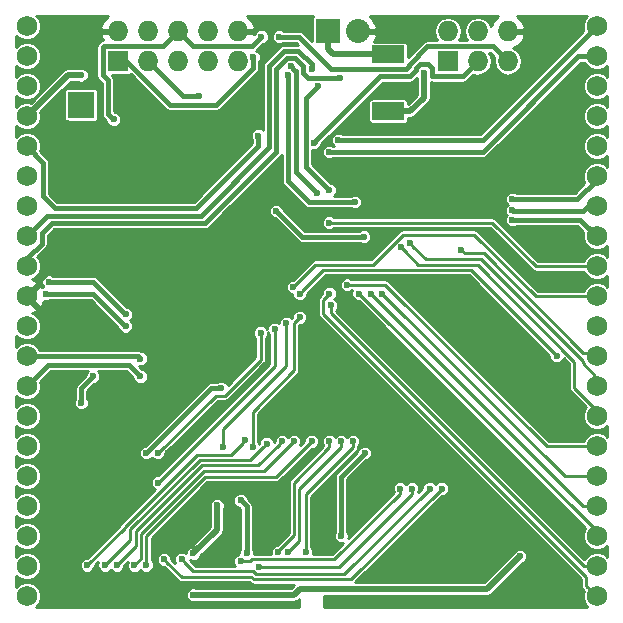
<source format=gbl>
G04 #@! TF.FileFunction,Copper,L2,Bot,Signal*
%FSLAX46Y46*%
G04 Gerber Fmt 4.6, Leading zero omitted, Abs format (unit mm)*
G04 Created by KiCad (PCBNEW 4.0.2-stable) date Mon 10 Oct 2016 07:18:19 PM CEST*
%MOMM*%
G01*
G04 APERTURE LIST*
%ADD10C,0.100000*%
%ADD11C,1.727200*%
%ADD12R,1.727200X1.727200*%
%ADD13O,1.727200X1.727200*%
%ADD14R,2.032000X2.032000*%
%ADD15O,2.032000X2.032000*%
%ADD16R,2.235200X2.235200*%
%ADD17R,2.700020X1.501140*%
%ADD18C,0.600000*%
%ADD19C,0.400000*%
%ADD20C,0.500000*%
%ADD21C,0.250000*%
%ADD22C,0.254000*%
G04 APERTURE END LIST*
D10*
D11*
X124371100Y-80873600D03*
X124371100Y-83413600D03*
X124371100Y-85953600D03*
X124371100Y-88493600D03*
X124371100Y-91033600D03*
X124371100Y-93573600D03*
X124371100Y-96113600D03*
X124371100Y-98653600D03*
X124371100Y-101193600D03*
X124371100Y-103733600D03*
X124371100Y-106273600D03*
X124371100Y-108813600D03*
X124371100Y-111353600D03*
X124371100Y-113893600D03*
X124371100Y-116433600D03*
X124371100Y-118973600D03*
X124371100Y-121513600D03*
X124371100Y-124053600D03*
X124371100Y-126593600D03*
X124371100Y-129133600D03*
X172631100Y-129133600D03*
X172631100Y-126593600D03*
X172631100Y-124053600D03*
X172631100Y-121513600D03*
X172631100Y-118973600D03*
X172631100Y-116433600D03*
X172631100Y-113893600D03*
X172631100Y-111353600D03*
X172631100Y-108813600D03*
X172631100Y-106273600D03*
X172631100Y-103733600D03*
X172631100Y-101193600D03*
X172631100Y-98653600D03*
X172631100Y-96113600D03*
X172631100Y-93573600D03*
X172631100Y-91033600D03*
X172631100Y-88493600D03*
X172631100Y-85953600D03*
X172631100Y-83413600D03*
X172631100Y-80873600D03*
D12*
X160020000Y-83820000D03*
D13*
X160020000Y-81280000D03*
X162560000Y-83820000D03*
X162560000Y-81280000D03*
X165100000Y-83820000D03*
X165100000Y-81280000D03*
D12*
X132080000Y-83820000D03*
D13*
X132080000Y-81280000D03*
X134620000Y-83820000D03*
X134620000Y-81280000D03*
X137160000Y-83820000D03*
X137160000Y-81280000D03*
X139700000Y-83820000D03*
X139700000Y-81280000D03*
X142240000Y-83820000D03*
X142240000Y-81280000D03*
D14*
X149860000Y-81280000D03*
D15*
X152400000Y-81280000D03*
D16*
X129000000Y-87500000D03*
D17*
X155000000Y-88050600D03*
X155000000Y-83250000D03*
D18*
X157249980Y-82000000D03*
X156750000Y-85800031D03*
X160374529Y-93795019D03*
X133250000Y-114750000D03*
X132750000Y-95250000D03*
X128500000Y-91749992D03*
X136000000Y-88000000D03*
X160924510Y-104500000D03*
X134500000Y-99000000D03*
X128500000Y-105500000D03*
X127500000Y-112000000D03*
X153000000Y-118500000D03*
X143500000Y-120000000D03*
X165000000Y-123000000D03*
X136373224Y-117024832D03*
X150000000Y-125374980D03*
X140000000Y-126000000D03*
X126000000Y-105000000D03*
X146749916Y-84240026D03*
X149000000Y-95000000D03*
X152933045Y-98683043D03*
X145500000Y-96500000D03*
X139000000Y-86799980D03*
X144250000Y-81750000D03*
X145750000Y-81750000D03*
X131750000Y-88750000D03*
X158000001Y-84829015D03*
X140500000Y-121399945D03*
X166140000Y-125735000D03*
X138500000Y-129000000D03*
X138500000Y-125500000D03*
X150884945Y-85200020D03*
X148500032Y-84500000D03*
X132750000Y-105250000D03*
X126250000Y-102500000D03*
X132750000Y-106250004D03*
X126000000Y-103500000D03*
X152176232Y-95745951D03*
X146500000Y-85000000D03*
X143561655Y-83484342D03*
X150000000Y-94749945D03*
X149007541Y-85957824D03*
X129000000Y-112750000D03*
X130000000Y-110500000D03*
X134000000Y-110500000D03*
X134500000Y-117000000D03*
X140849529Y-111500019D03*
X145374980Y-106500000D03*
X135500000Y-119500000D03*
X156792643Y-99230213D03*
X156066955Y-99566955D03*
X150774529Y-90500000D03*
X149974529Y-91500000D03*
X129000000Y-85000000D03*
X148700020Y-90705509D03*
X154500000Y-103500000D03*
X153500000Y-103500000D03*
X152500000Y-103500000D03*
X134000000Y-109000000D03*
X150000000Y-103500000D03*
X150125074Y-104500000D03*
X146934306Y-102934306D03*
X142500000Y-121000000D03*
X143000000Y-125500000D03*
X142874980Y-115927901D03*
X129500000Y-126500000D03*
X144691956Y-116191956D03*
X131000000Y-126500000D03*
X132000000Y-126500000D03*
X146000000Y-116000000D03*
X147000000Y-116000000D03*
X133500000Y-126500000D03*
X148500000Y-116000000D03*
X134500000Y-126500000D03*
X145651612Y-125374980D03*
X150000000Y-116000000D03*
X146500000Y-125374980D03*
X151000000Y-116000000D03*
X148000000Y-125374980D03*
X152000000Y-116000000D03*
X153000000Y-117000000D03*
X151000000Y-124000000D03*
X142500000Y-126125020D03*
X156000000Y-120000000D03*
X144089980Y-126625020D03*
X157000000Y-120000000D03*
X137500000Y-126000000D03*
X158500000Y-120000000D03*
X136000000Y-126000000D03*
X159500000Y-120000000D03*
X144183024Y-106808044D03*
X135500000Y-117000000D03*
X146374980Y-106000000D03*
X141000000Y-116500000D03*
X147500000Y-105500000D03*
X143500000Y-116500000D03*
X161147818Y-99781729D03*
X165500000Y-97250000D03*
X165500000Y-96449987D03*
X165499874Y-95499770D03*
X144000000Y-90121234D03*
X150000000Y-97500000D03*
X151500000Y-102750000D03*
X169250000Y-108750000D03*
X147500002Y-103500000D03*
D19*
X156949981Y-81700001D02*
X157249980Y-82000000D01*
X156529980Y-81280000D02*
X156949981Y-81700001D01*
X152400000Y-81280000D02*
X156529980Y-81280000D01*
X136000000Y-117822320D02*
X133822320Y-117822320D01*
X136373224Y-117024832D02*
X136373224Y-117449096D01*
X136373224Y-117449096D02*
X136000000Y-117822320D01*
X149000000Y-95000000D02*
X147200001Y-93200001D01*
X147200001Y-93200001D02*
X147200001Y-84690111D01*
X147200001Y-84690111D02*
X147049915Y-84540025D01*
X147049915Y-84540025D02*
X146749916Y-84240026D01*
X152508781Y-98683043D02*
X152933045Y-98683043D01*
X147683043Y-98683043D02*
X152508781Y-98683043D01*
X145500000Y-96500000D02*
X147683043Y-98683043D01*
X138575736Y-86799980D02*
X139000000Y-86799980D01*
X137599980Y-86799980D02*
X138575736Y-86799980D01*
X134620000Y-83820000D02*
X137599980Y-86799980D01*
X156750011Y-84232192D02*
X156482203Y-84500000D01*
X150174270Y-84500000D02*
X147424270Y-81750000D01*
X163836399Y-82556399D02*
X158309054Y-82556399D01*
X147424270Y-81750000D02*
X146174264Y-81750000D01*
X156482203Y-84500000D02*
X150174270Y-84500000D01*
X156750011Y-84115442D02*
X156750011Y-84232192D01*
X158309054Y-82556399D02*
X156750011Y-84115442D01*
X146174264Y-81750000D02*
X145750000Y-81750000D01*
X165100000Y-83820000D02*
X163836399Y-82556399D01*
X143950001Y-82049999D02*
X144250000Y-81750000D01*
X143456399Y-82543601D02*
X143950001Y-82049999D01*
X138423601Y-82543601D02*
X143456399Y-82543601D01*
X137160000Y-81280000D02*
X138423601Y-82543601D01*
X137160000Y-81280000D02*
X135896399Y-82543601D01*
X135896399Y-82543601D02*
X130909197Y-82543601D01*
X130909197Y-82543601D02*
X130921995Y-82556399D01*
X130921995Y-82556399D02*
X130896399Y-82556399D01*
X130896399Y-82556399D02*
X130816399Y-82636399D01*
X130816399Y-82636399D02*
X130816399Y-85003601D01*
X130816399Y-85003601D02*
X131250000Y-85437202D01*
X131250000Y-85437202D02*
X131250000Y-88250000D01*
X131250000Y-88250000D02*
X131450001Y-88450001D01*
X131450001Y-88450001D02*
X131750000Y-88750000D01*
D20*
X158000000Y-86900610D02*
X158000000Y-84829016D01*
X158000000Y-84829016D02*
X158000001Y-84829015D01*
X155000000Y-88050600D02*
X156850010Y-88050600D01*
X156850010Y-88050600D02*
X158000000Y-86900610D01*
X140500000Y-123500000D02*
X140500000Y-121824209D01*
X138500000Y-125500000D02*
X140500000Y-123500000D01*
X140500000Y-121824209D02*
X140500000Y-121399945D01*
X138500000Y-129000000D02*
X147000000Y-129000000D01*
X147000000Y-129000000D02*
X147500000Y-128500000D01*
X147500000Y-128500000D02*
X163375000Y-128500000D01*
X163375000Y-128500000D02*
X166140000Y-125735000D01*
D19*
X124371100Y-101193600D02*
X124371100Y-100628900D01*
X147085918Y-83540024D02*
X147800012Y-84254118D01*
X146413914Y-83540024D02*
X147085918Y-83540024D01*
X145500000Y-84453938D02*
X146413914Y-83540024D01*
X125634701Y-98365299D02*
X126500000Y-97500000D01*
X145500000Y-91500000D02*
X145500000Y-84453938D01*
X139500000Y-97500000D02*
X145500000Y-91500000D01*
X126500000Y-97500000D02*
X139500000Y-97500000D01*
X124500000Y-100394830D02*
X125634701Y-99260129D01*
X124500000Y-100500000D02*
X124500000Y-100394830D01*
X147800012Y-84254118D02*
X147800012Y-84800012D01*
X124371100Y-100628900D02*
X124500000Y-100500000D01*
X147800012Y-84800012D02*
X148200020Y-85200020D01*
X125634701Y-99260129D02*
X125634701Y-98365299D01*
X148200020Y-85200020D02*
X150460681Y-85200020D01*
X150460681Y-85200020D02*
X150884945Y-85200020D01*
X147364309Y-82940013D02*
X148500032Y-84075736D01*
X144899989Y-84205406D02*
X146165382Y-82940013D01*
X144899989Y-91100011D02*
X144899989Y-84205406D01*
X148500032Y-84075736D02*
X148500032Y-84500000D01*
X126124711Y-96899989D02*
X139100011Y-96899989D01*
X124371100Y-98653600D02*
X126124711Y-96899989D01*
X139100011Y-96899989D02*
X144899989Y-91100011D01*
X146165382Y-82940013D02*
X147364309Y-82940013D01*
X132450001Y-104950001D02*
X132750000Y-105250000D01*
X126250000Y-102500000D02*
X130000000Y-102500000D01*
X130000000Y-102500000D02*
X132450001Y-104950001D01*
X126000000Y-103500000D02*
X129999996Y-103500000D01*
X132450001Y-105950005D02*
X132750000Y-106250004D01*
X129999996Y-103500000D02*
X132450001Y-105950005D01*
X151751968Y-95745951D02*
X152176232Y-95745951D01*
X146500000Y-85000000D02*
X146500000Y-94000000D01*
X146500000Y-94000000D02*
X148245951Y-95745951D01*
X148245951Y-95745951D02*
X151751968Y-95745951D01*
X143561655Y-83908606D02*
X143561655Y-83484342D01*
X132820000Y-83820000D02*
X136500000Y-87500000D01*
X143561655Y-84362609D02*
X143561655Y-83908606D01*
X132080000Y-83820000D02*
X132820000Y-83820000D01*
X140424264Y-87500000D02*
X143561655Y-84362609D01*
X136500000Y-87500000D02*
X140424264Y-87500000D01*
X149700001Y-94449946D02*
X150000000Y-94749945D01*
X148000000Y-92749945D02*
X149700001Y-94449946D01*
X148000000Y-86965365D02*
X148000000Y-92749945D01*
X149007541Y-85957824D02*
X148000000Y-86965365D01*
X129000000Y-111500000D02*
X129000000Y-112325736D01*
X130000000Y-110500000D02*
X129000000Y-111500000D01*
X129000000Y-112325736D02*
X129000000Y-112750000D01*
X124371100Y-111353600D02*
X126224700Y-109500000D01*
X126224700Y-109500000D02*
X133000000Y-109500000D01*
X133000000Y-109500000D02*
X134000000Y-110500000D01*
X140849529Y-111500019D02*
X139999981Y-111500019D01*
X139999981Y-111500019D02*
X134500000Y-117000000D01*
D21*
X135500000Y-119500000D02*
X145374980Y-109625020D01*
X145374980Y-109625020D02*
X145374980Y-106924264D01*
X145374980Y-106924264D02*
X145374980Y-106500000D01*
X157092642Y-99530212D02*
X156792643Y-99230213D01*
X172631100Y-110881100D02*
X172500000Y-110750000D01*
X162849978Y-100599978D02*
X158162408Y-100599978D01*
X172500000Y-110441630D02*
X171442499Y-109384129D01*
X172500000Y-110750000D02*
X172500000Y-110441630D01*
X171442499Y-109192499D02*
X162849978Y-100599978D01*
X171442499Y-109384129D02*
X171442499Y-109192499D01*
X172631100Y-111353600D02*
X172631100Y-110881100D01*
X158162408Y-100599978D02*
X157092642Y-99530212D01*
X172631100Y-113893600D02*
X172631100Y-113881100D01*
X162549989Y-101049989D02*
X157549989Y-101049989D01*
X172631100Y-113881100D02*
X172500000Y-113750000D01*
X156366954Y-99866954D02*
X156066955Y-99566955D01*
X157549989Y-101049989D02*
X156366954Y-99866954D01*
X172500000Y-113750000D02*
X172500000Y-113250000D01*
X172500000Y-113250000D02*
X170750000Y-111500000D01*
X170750000Y-111500000D02*
X170750000Y-109250000D01*
X170750000Y-109250000D02*
X162549989Y-101049989D01*
D19*
X150774529Y-90500000D02*
X163004700Y-90500000D01*
X163004700Y-90500000D02*
X172631100Y-80873600D01*
X149974529Y-91500000D02*
X163000000Y-91500000D01*
X163000000Y-91500000D02*
X171086400Y-83413600D01*
X171086400Y-83413600D02*
X172631100Y-83413600D01*
D20*
X128575736Y-85000000D02*
X129000000Y-85000000D01*
X124371100Y-88493600D02*
X127864700Y-85000000D01*
X127864700Y-85000000D02*
X128575736Y-85000000D01*
D19*
X158700002Y-84413998D02*
X158336002Y-84049998D01*
X156819114Y-85100011D02*
X154305518Y-85100011D01*
X158700002Y-85030748D02*
X158700002Y-84413998D01*
X157350022Y-84363974D02*
X157350022Y-84569103D01*
X149000019Y-90405510D02*
X148700020Y-90705509D01*
X157663998Y-84049998D02*
X157350022Y-84363974D01*
X158336002Y-84049998D02*
X157663998Y-84049998D01*
X161280011Y-85099989D02*
X158769243Y-85099989D01*
X162560000Y-83820000D02*
X161280011Y-85099989D01*
X154305518Y-85100011D02*
X149000019Y-90405510D01*
X157350022Y-84569103D02*
X156819114Y-85100011D01*
X158769243Y-85099989D02*
X158700002Y-85030748D01*
D21*
X154500000Y-103500000D02*
X169973600Y-118973600D01*
X169973600Y-118973600D02*
X172631100Y-118973600D01*
X153500000Y-103500000D02*
X171513600Y-121513600D01*
X171513600Y-121513600D02*
X172631100Y-121513600D01*
X152500000Y-103500000D02*
X172631100Y-123631100D01*
X172631100Y-123631100D02*
X172631100Y-124053600D01*
D19*
X124371100Y-108813600D02*
X133813600Y-108813600D01*
X133813600Y-108813600D02*
X134000000Y-109000000D01*
D21*
X149500000Y-105221630D02*
X171767501Y-127489131D01*
X171767501Y-128270001D02*
X172631100Y-129133600D01*
X149500000Y-104000000D02*
X149500000Y-105221630D01*
X171767501Y-127489131D02*
X171767501Y-128270001D01*
X150000000Y-103500000D02*
X149500000Y-104000000D01*
X172631100Y-126593600D02*
X171593600Y-126593600D01*
X171593600Y-126593600D02*
X150125074Y-105125074D01*
X150125074Y-105125074D02*
X150125074Y-104500000D01*
X172631100Y-103733600D02*
X167483600Y-103733600D01*
X167483600Y-103733600D02*
X162250000Y-98500000D01*
X162250000Y-98500000D02*
X156250000Y-98500000D01*
X156250000Y-98500000D02*
X153700011Y-101049989D01*
X153700011Y-101049989D02*
X148818623Y-101049989D01*
X148818623Y-101049989D02*
X147234305Y-102634307D01*
X147234305Y-102634307D02*
X146934306Y-102934306D01*
X172631100Y-106273600D02*
X172607500Y-106250000D01*
D19*
X143000000Y-125500000D02*
X143000000Y-121500000D01*
X143000000Y-121500000D02*
X142500000Y-121000000D01*
D21*
X142574981Y-116227900D02*
X142874980Y-115927901D01*
X132699956Y-123254400D02*
X138829354Y-117125002D01*
X129500000Y-126500000D02*
X132699956Y-123300044D01*
X132699956Y-123300044D02*
X132699956Y-123254400D01*
X141677879Y-117125002D02*
X142574981Y-116227900D01*
X138829354Y-117125002D02*
X141677879Y-117125002D01*
X144391957Y-116491955D02*
X144691956Y-116191956D01*
X143308899Y-117575013D02*
X144391957Y-116491955D01*
X139015754Y-117575013D02*
X143308899Y-117575013D01*
X133149967Y-123440800D02*
X139015754Y-117575013D01*
X133149967Y-124350033D02*
X133149967Y-123440800D01*
X131000000Y-126500000D02*
X133149967Y-124350033D01*
X133599978Y-124900022D02*
X133599978Y-123627200D01*
X145700001Y-116299999D02*
X146000000Y-116000000D01*
X139202154Y-118025024D02*
X143974976Y-118025024D01*
X133599978Y-123627200D02*
X139202154Y-118025024D01*
X132000000Y-126500000D02*
X133599978Y-124900022D01*
X143974976Y-118025024D02*
X145700001Y-116299999D01*
X146700001Y-116299999D02*
X147000000Y-116000000D01*
X144500000Y-118500000D02*
X146700001Y-116299999D01*
X139363589Y-118500000D02*
X144500000Y-118500000D01*
X134049989Y-123813600D02*
X139363589Y-118500000D01*
X134049989Y-125950011D02*
X134049989Y-123813600D01*
X133500000Y-126500000D02*
X134049989Y-125950011D01*
X134500000Y-126500000D02*
X134500000Y-124000000D01*
X139500000Y-119000000D02*
X145500000Y-119000000D01*
X145500000Y-119000000D02*
X148500000Y-116000000D01*
X134500000Y-124000000D02*
X139500000Y-119000000D01*
X147000000Y-123949978D02*
X145651612Y-125298366D01*
X150000000Y-116500000D02*
X147000000Y-119500000D01*
X147000000Y-119500000D02*
X147000000Y-123949978D01*
X145651612Y-125298366D02*
X145651612Y-125374980D01*
X150000000Y-116000000D02*
X150000000Y-116500000D01*
X147450011Y-124424969D02*
X146799999Y-125074981D01*
X147450011Y-120049989D02*
X147450011Y-124424969D01*
X146799999Y-125074981D02*
X146500000Y-125374980D01*
X151000000Y-116500000D02*
X147450011Y-120049989D01*
X151000000Y-116000000D02*
X151000000Y-116500000D01*
X152000000Y-116000000D02*
X152000000Y-116500000D01*
X152000000Y-116500000D02*
X148000000Y-120500000D01*
X148000000Y-120500000D02*
X148000000Y-125374980D01*
D19*
X151000000Y-124000000D02*
X151000000Y-119000000D01*
X151000000Y-119000000D02*
X153000000Y-117000000D01*
D21*
X143299982Y-126125020D02*
X143425002Y-126000000D01*
X142500000Y-126125020D02*
X143299982Y-126125020D01*
X150424264Y-126000000D02*
X156000000Y-120424264D01*
X156000000Y-120424264D02*
X156000000Y-120000000D01*
X143425002Y-126000000D02*
X150424264Y-126000000D01*
X144514244Y-126625020D02*
X144089980Y-126625020D01*
X150799244Y-126625020D02*
X144514244Y-126625020D01*
X157000000Y-120424264D02*
X150799244Y-126625020D01*
X157000000Y-120000000D02*
X157000000Y-120424264D01*
X137799999Y-126299999D02*
X137500000Y-126000000D01*
X158500000Y-120000000D02*
X151249978Y-127250022D01*
X143539956Y-127000000D02*
X138500000Y-127000000D01*
X138500000Y-127000000D02*
X137799999Y-126299999D01*
X151249978Y-127250022D02*
X143789978Y-127250022D01*
X143789978Y-127250022D02*
X143539956Y-127000000D01*
X143603578Y-127700033D02*
X143403545Y-127500000D01*
X136299999Y-126299999D02*
X136000000Y-126000000D01*
X143403545Y-127500000D02*
X137500000Y-127500000D01*
X159500000Y-120000000D02*
X151799967Y-127700033D01*
X151799967Y-127700033D02*
X143603578Y-127700033D01*
X137500000Y-127500000D02*
X136299999Y-126299999D01*
X144183024Y-107232308D02*
X144183024Y-106808044D01*
X144183024Y-109091526D02*
X144183024Y-107232308D01*
X141149530Y-112125020D02*
X144183024Y-109091526D01*
X140374980Y-112125020D02*
X141149530Y-112125020D01*
X135500000Y-117000000D02*
X140374980Y-112125020D01*
X146374980Y-109625020D02*
X146374980Y-106424264D01*
X146374980Y-106424264D02*
X146374980Y-106000000D01*
X141000000Y-115000000D02*
X146374980Y-109625020D01*
X141000000Y-116500000D02*
X141000000Y-115000000D01*
X147500000Y-105500000D02*
X147000000Y-106000000D01*
X147000000Y-110000000D02*
X143500000Y-113500000D01*
X147000000Y-106000000D02*
X147000000Y-110000000D01*
X143500000Y-113500000D02*
X143500000Y-116500000D01*
X172631100Y-108813600D02*
X172563600Y-108813600D01*
X172563600Y-108813600D02*
X172250000Y-108500000D01*
X172250000Y-108500000D02*
X171500000Y-108500000D01*
X161447817Y-100081728D02*
X161147818Y-99781729D01*
X171500000Y-108500000D02*
X163081728Y-100081728D01*
X163081728Y-100081728D02*
X161447817Y-100081728D01*
D19*
X165500000Y-97250000D02*
X171227500Y-97250000D01*
X171227500Y-97250000D02*
X172631100Y-98653600D01*
X172631100Y-96113600D02*
X171886400Y-96113600D01*
X171886400Y-96113600D02*
X171500000Y-96500000D01*
X171500000Y-96500000D02*
X165550013Y-96500000D01*
X165550013Y-96500000D02*
X165500000Y-96449987D01*
X172631100Y-93573600D02*
X172631100Y-93868900D01*
X172631100Y-93868900D02*
X171000000Y-95500000D01*
X171000000Y-95500000D02*
X165500104Y-95500000D01*
X165500104Y-95500000D02*
X165499874Y-95499770D01*
X125750000Y-92412500D02*
X124371100Y-91033600D01*
X138750000Y-96250000D02*
X126750000Y-96250000D01*
X144000000Y-91000000D02*
X138750000Y-96250000D01*
X125750000Y-95250000D02*
X125750000Y-92412500D01*
X126750000Y-96250000D02*
X125750000Y-95250000D01*
X144000000Y-90121234D02*
X144000000Y-91000000D01*
D21*
X171409786Y-101193600D02*
X172631100Y-101193600D01*
X150000000Y-97500000D02*
X163772820Y-97500000D01*
X167466420Y-101193600D02*
X171409786Y-101193600D01*
X163772820Y-97500000D02*
X167466420Y-101193600D01*
X151500000Y-102750000D02*
X154750000Y-102750000D01*
X154750000Y-102750000D02*
X168433600Y-116433600D01*
X168433600Y-116433600D02*
X172631100Y-116433600D01*
X162000000Y-101500000D02*
X169250000Y-108750000D01*
X151750000Y-101500000D02*
X162000000Y-101500000D01*
X149500002Y-101500000D02*
X147800001Y-103200001D01*
X151750000Y-101500000D02*
X149500002Y-101500000D01*
X147800001Y-103200001D02*
X147500002Y-103500000D01*
D20*
X149860000Y-81280000D02*
X149860000Y-82796000D01*
X149860000Y-82796000D02*
X150314000Y-83250000D01*
X150314000Y-83250000D02*
X153149990Y-83250000D01*
X153149990Y-83250000D02*
X155000000Y-83250000D01*
D22*
G36*
X171622347Y-80198299D02*
X171440707Y-80635736D01*
X171440294Y-81109386D01*
X171501615Y-81257794D01*
X162786410Y-89973000D01*
X151134388Y-89973000D01*
X151130160Y-89968765D01*
X150899794Y-89873109D01*
X150650358Y-89872891D01*
X150419826Y-89968145D01*
X150243294Y-90144369D01*
X150147638Y-90374735D01*
X150147420Y-90624171D01*
X150242674Y-90854703D01*
X150360765Y-90973000D01*
X150334388Y-90973000D01*
X150330160Y-90968765D01*
X150099794Y-90873109D01*
X149850358Y-90872891D01*
X149619826Y-90968145D01*
X149443294Y-91144369D01*
X149347638Y-91374735D01*
X149347420Y-91624171D01*
X149442674Y-91854703D01*
X149618898Y-92031235D01*
X149849264Y-92126891D01*
X150098700Y-92127109D01*
X150329232Y-92031855D01*
X150334095Y-92027000D01*
X163000000Y-92027000D01*
X163201675Y-91986885D01*
X163372645Y-91872645D01*
X171304691Y-83940600D01*
X171560621Y-83940600D01*
X171621170Y-84087140D01*
X171955799Y-84422353D01*
X172393236Y-84603993D01*
X172866886Y-84604406D01*
X173304640Y-84423530D01*
X173499100Y-84229409D01*
X173499100Y-85137882D01*
X173306401Y-84944847D01*
X172868964Y-84763207D01*
X172395314Y-84762794D01*
X171957560Y-84943670D01*
X171622347Y-85278299D01*
X171440707Y-85715736D01*
X171440294Y-86189386D01*
X171621170Y-86627140D01*
X171955799Y-86962353D01*
X172393236Y-87143993D01*
X172866886Y-87144406D01*
X173304640Y-86963530D01*
X173499100Y-86769409D01*
X173499100Y-87677882D01*
X173306401Y-87484847D01*
X172868964Y-87303207D01*
X172395314Y-87302794D01*
X171957560Y-87483670D01*
X171622347Y-87818299D01*
X171440707Y-88255736D01*
X171440294Y-88729386D01*
X171621170Y-89167140D01*
X171955799Y-89502353D01*
X172393236Y-89683993D01*
X172866886Y-89684406D01*
X173304640Y-89503530D01*
X173499100Y-89309409D01*
X173499100Y-90217882D01*
X173306401Y-90024847D01*
X172868964Y-89843207D01*
X172395314Y-89842794D01*
X171957560Y-90023670D01*
X171622347Y-90358299D01*
X171440707Y-90795736D01*
X171440294Y-91269386D01*
X171621170Y-91707140D01*
X171955799Y-92042353D01*
X172393236Y-92223993D01*
X172866886Y-92224406D01*
X173304640Y-92043530D01*
X173499100Y-91849409D01*
X173499100Y-92757882D01*
X173306401Y-92564847D01*
X172868964Y-92383207D01*
X172395314Y-92382794D01*
X171957560Y-92563670D01*
X171622347Y-92898299D01*
X171440707Y-93335736D01*
X171440294Y-93809386D01*
X171587955Y-94166755D01*
X170781710Y-94973000D01*
X165859962Y-94973000D01*
X165855505Y-94968535D01*
X165625139Y-94872879D01*
X165375703Y-94872661D01*
X165145171Y-94967915D01*
X164968639Y-95144139D01*
X164872983Y-95374505D01*
X164872765Y-95623941D01*
X164968019Y-95854473D01*
X165088333Y-95974997D01*
X164968765Y-96094356D01*
X164873109Y-96324722D01*
X164872891Y-96574158D01*
X164968145Y-96804690D01*
X165013294Y-96849918D01*
X164968765Y-96894369D01*
X164873109Y-97124735D01*
X164872891Y-97374171D01*
X164968145Y-97604703D01*
X165144369Y-97781235D01*
X165374735Y-97876891D01*
X165624171Y-97877109D01*
X165854703Y-97781855D01*
X165859566Y-97777000D01*
X171009210Y-97777000D01*
X171501512Y-98269302D01*
X171440707Y-98415736D01*
X171440294Y-98889386D01*
X171621170Y-99327140D01*
X171955799Y-99662353D01*
X172393236Y-99843993D01*
X172866886Y-99844406D01*
X173304640Y-99663530D01*
X173499100Y-99469409D01*
X173499100Y-100377882D01*
X173306401Y-100184847D01*
X172868964Y-100003207D01*
X172395314Y-100002794D01*
X171957560Y-100183670D01*
X171622347Y-100518299D01*
X171529624Y-100741600D01*
X167653644Y-100741600D01*
X164092432Y-97180388D01*
X163945793Y-97082406D01*
X163772820Y-97048000D01*
X150434728Y-97048000D01*
X150355631Y-96968765D01*
X150125265Y-96873109D01*
X149875829Y-96872891D01*
X149645297Y-96968145D01*
X149468765Y-97144369D01*
X149373109Y-97374735D01*
X149372891Y-97624171D01*
X149468145Y-97854703D01*
X149644369Y-98031235D01*
X149874735Y-98126891D01*
X150124171Y-98127109D01*
X150354703Y-98031855D01*
X150434698Y-97952000D01*
X163585596Y-97952000D01*
X167146808Y-101513212D01*
X167293447Y-101611194D01*
X167466420Y-101645600D01*
X171529632Y-101645600D01*
X171621170Y-101867140D01*
X171955799Y-102202353D01*
X172393236Y-102383993D01*
X172866886Y-102384406D01*
X173304640Y-102203530D01*
X173499100Y-102009409D01*
X173499100Y-102917882D01*
X173306401Y-102724847D01*
X172868964Y-102543207D01*
X172395314Y-102542794D01*
X171957560Y-102723670D01*
X171622347Y-103058299D01*
X171529624Y-103281600D01*
X167670824Y-103281600D01*
X162569612Y-98180388D01*
X162422973Y-98082406D01*
X162250000Y-98048000D01*
X156250000Y-98048000D01*
X156077027Y-98082406D01*
X155930388Y-98180388D01*
X153512787Y-100597989D01*
X148818623Y-100597989D01*
X148645650Y-100632395D01*
X148499011Y-100730377D01*
X146922093Y-102307295D01*
X146810135Y-102307197D01*
X146579603Y-102402451D01*
X146403071Y-102578675D01*
X146307415Y-102809041D01*
X146307197Y-103058477D01*
X146402451Y-103289009D01*
X146578675Y-103465541D01*
X146809041Y-103561197D01*
X146872948Y-103561253D01*
X146872893Y-103624171D01*
X146968147Y-103854703D01*
X147144371Y-104031235D01*
X147374737Y-104126891D01*
X147624173Y-104127109D01*
X147854705Y-104031855D01*
X148031237Y-103855631D01*
X148126893Y-103625265D01*
X148126992Y-103512234D01*
X149687227Y-101952000D01*
X161812776Y-101952000D01*
X168622989Y-108762213D01*
X168622891Y-108874171D01*
X168718145Y-109104703D01*
X168894369Y-109281235D01*
X169124735Y-109376891D01*
X169374171Y-109377109D01*
X169604703Y-109281855D01*
X169781235Y-109105631D01*
X169835565Y-108974789D01*
X170298000Y-109437224D01*
X170298000Y-111500000D01*
X170332406Y-111672973D01*
X170430388Y-111819612D01*
X171725801Y-113115025D01*
X171622347Y-113218299D01*
X171440707Y-113655736D01*
X171440294Y-114129386D01*
X171621170Y-114567140D01*
X171955799Y-114902353D01*
X172393236Y-115083993D01*
X172866886Y-115084406D01*
X173304640Y-114903530D01*
X173499100Y-114709409D01*
X173499100Y-115617882D01*
X173306401Y-115424847D01*
X172868964Y-115243207D01*
X172395314Y-115242794D01*
X171957560Y-115423670D01*
X171622347Y-115758299D01*
X171529624Y-115981600D01*
X168620824Y-115981600D01*
X155069612Y-102430388D01*
X154922973Y-102332406D01*
X154750000Y-102298000D01*
X151934728Y-102298000D01*
X151855631Y-102218765D01*
X151625265Y-102123109D01*
X151375829Y-102122891D01*
X151145297Y-102218145D01*
X150968765Y-102394369D01*
X150873109Y-102624735D01*
X150872891Y-102874171D01*
X150968145Y-103104703D01*
X151144369Y-103281235D01*
X151374735Y-103376891D01*
X151624171Y-103377109D01*
X151854703Y-103281855D01*
X151934698Y-103202000D01*
X151944835Y-103202000D01*
X151873109Y-103374735D01*
X151872891Y-103624171D01*
X151968145Y-103854703D01*
X152144369Y-104031235D01*
X152374735Y-104126891D01*
X152487766Y-104126990D01*
X171680761Y-123319986D01*
X171622347Y-123378299D01*
X171440707Y-123815736D01*
X171440294Y-124289386D01*
X171621170Y-124727140D01*
X171955799Y-125062353D01*
X172393236Y-125243993D01*
X172866886Y-125244406D01*
X173304640Y-125063530D01*
X173499100Y-124869409D01*
X173499100Y-125777882D01*
X173306401Y-125584847D01*
X172868964Y-125403207D01*
X172395314Y-125402794D01*
X171957560Y-125583670D01*
X171622347Y-125918299D01*
X171603328Y-125964103D01*
X150577074Y-104937850D01*
X150577074Y-104934728D01*
X150656309Y-104855631D01*
X150751965Y-104625265D01*
X150752183Y-104375829D01*
X150656929Y-104145297D01*
X150480705Y-103968765D01*
X150436352Y-103950348D01*
X150531235Y-103855631D01*
X150626891Y-103625265D01*
X150627109Y-103375829D01*
X150531855Y-103145297D01*
X150355631Y-102968765D01*
X150125265Y-102873109D01*
X149875829Y-102872891D01*
X149645297Y-102968145D01*
X149468765Y-103144369D01*
X149373109Y-103374735D01*
X149373010Y-103487766D01*
X149180388Y-103680388D01*
X149082406Y-103827027D01*
X149048000Y-104000000D01*
X149048000Y-105221630D01*
X149082406Y-105394603D01*
X149180388Y-105541242D01*
X171315501Y-127676355D01*
X171315501Y-128270001D01*
X171349907Y-128442974D01*
X171447889Y-128589613D01*
X171532632Y-128674356D01*
X171440707Y-128895736D01*
X171440294Y-129369386D01*
X171621170Y-129807140D01*
X171815291Y-130001600D01*
X149538100Y-130001600D01*
X149538100Y-129133600D01*
X149526842Y-129077000D01*
X163374995Y-129077000D01*
X163375000Y-129077001D01*
X163595808Y-129033078D01*
X163783001Y-128908001D01*
X166374464Y-126316537D01*
X166494703Y-126266855D01*
X166671235Y-126090631D01*
X166766891Y-125860265D01*
X166767109Y-125610829D01*
X166671855Y-125380297D01*
X166495631Y-125203765D01*
X166265265Y-125108109D01*
X166015829Y-125107891D01*
X165785297Y-125203145D01*
X165608765Y-125379369D01*
X165558445Y-125500554D01*
X163135998Y-127923000D01*
X152216224Y-127923000D01*
X159512213Y-120627011D01*
X159624171Y-120627109D01*
X159854703Y-120531855D01*
X160031235Y-120355631D01*
X160126891Y-120125265D01*
X160127109Y-119875829D01*
X160031855Y-119645297D01*
X159855631Y-119468765D01*
X159625265Y-119373109D01*
X159375829Y-119372891D01*
X159145297Y-119468145D01*
X158999901Y-119613287D01*
X158855631Y-119468765D01*
X158625265Y-119373109D01*
X158375829Y-119372891D01*
X158145297Y-119468145D01*
X157968765Y-119644369D01*
X157873109Y-119874735D01*
X157873010Y-119987765D01*
X157549762Y-120311013D01*
X157626891Y-120125265D01*
X157627109Y-119875829D01*
X157531855Y-119645297D01*
X157355631Y-119468765D01*
X157125265Y-119373109D01*
X156875829Y-119372891D01*
X156645297Y-119468145D01*
X156499901Y-119613287D01*
X156355631Y-119468765D01*
X156125265Y-119373109D01*
X155875829Y-119372891D01*
X155645297Y-119468145D01*
X155468765Y-119644369D01*
X155373109Y-119874735D01*
X155372891Y-120124171D01*
X155457090Y-120327949D01*
X151603541Y-124181499D01*
X151626891Y-124125265D01*
X151627109Y-123875829D01*
X151531855Y-123645297D01*
X151527000Y-123640434D01*
X151527000Y-119218290D01*
X153118186Y-117627104D01*
X153124171Y-117627109D01*
X153354703Y-117531855D01*
X153531235Y-117355631D01*
X153626891Y-117125265D01*
X153627109Y-116875829D01*
X153531855Y-116645297D01*
X153355631Y-116468765D01*
X153125265Y-116373109D01*
X152875829Y-116372891D01*
X152645297Y-116468145D01*
X152468765Y-116644369D01*
X152373109Y-116874735D01*
X152373103Y-116881607D01*
X150627355Y-118627355D01*
X150513115Y-118798325D01*
X150513115Y-118798326D01*
X150473000Y-119000000D01*
X150473000Y-123640141D01*
X150468765Y-123644369D01*
X150373109Y-123874735D01*
X150372891Y-124124171D01*
X150468145Y-124354703D01*
X150644369Y-124531235D01*
X150874735Y-124626891D01*
X151124171Y-124627109D01*
X151181702Y-124603338D01*
X150237040Y-125548000D01*
X148607061Y-125548000D01*
X148626891Y-125500245D01*
X148627109Y-125250809D01*
X148531855Y-125020277D01*
X148452000Y-124940282D01*
X148452000Y-120687224D01*
X152319612Y-116819612D01*
X152417594Y-116672973D01*
X152423099Y-116645297D01*
X152452000Y-116500000D01*
X152452000Y-116434728D01*
X152531235Y-116355631D01*
X152626891Y-116125265D01*
X152627109Y-115875829D01*
X152531855Y-115645297D01*
X152355631Y-115468765D01*
X152125265Y-115373109D01*
X151875829Y-115372891D01*
X151645297Y-115468145D01*
X151499901Y-115613287D01*
X151355631Y-115468765D01*
X151125265Y-115373109D01*
X150875829Y-115372891D01*
X150645297Y-115468145D01*
X150499901Y-115613287D01*
X150355631Y-115468765D01*
X150125265Y-115373109D01*
X149875829Y-115372891D01*
X149645297Y-115468145D01*
X149468765Y-115644369D01*
X149373109Y-115874735D01*
X149372891Y-116124171D01*
X149468145Y-116354703D01*
X149487092Y-116373684D01*
X146680388Y-119180388D01*
X146582406Y-119327027D01*
X146548000Y-119500000D01*
X146548000Y-123762753D01*
X145562852Y-124747902D01*
X145527441Y-124747871D01*
X145296909Y-124843125D01*
X145120377Y-125019349D01*
X145024721Y-125249715D01*
X145024503Y-125499151D01*
X145044687Y-125548000D01*
X143626959Y-125548000D01*
X143627109Y-125375829D01*
X143531855Y-125145297D01*
X143527000Y-125140434D01*
X143527000Y-121500000D01*
X143486885Y-121298326D01*
X143372645Y-121127355D01*
X143127104Y-120881814D01*
X143127109Y-120875829D01*
X143031855Y-120645297D01*
X142855631Y-120468765D01*
X142625265Y-120373109D01*
X142375829Y-120372891D01*
X142145297Y-120468145D01*
X141968765Y-120644369D01*
X141873109Y-120874735D01*
X141872891Y-121124171D01*
X141968145Y-121354703D01*
X142144369Y-121531235D01*
X142374735Y-121626891D01*
X142381607Y-121626897D01*
X142473000Y-121718290D01*
X142473000Y-125140141D01*
X142468765Y-125144369D01*
X142373109Y-125374735D01*
X142373000Y-125499080D01*
X142145297Y-125593165D01*
X141968765Y-125769389D01*
X141873109Y-125999755D01*
X141872891Y-126249191D01*
X141968145Y-126479723D01*
X142036303Y-126548000D01*
X138687224Y-126548000D01*
X138188985Y-126049761D01*
X138374735Y-126126891D01*
X138624171Y-126127109D01*
X138854703Y-126031855D01*
X139031235Y-125855631D01*
X139081555Y-125734447D01*
X140908001Y-123908001D01*
X141033078Y-123720808D01*
X141077000Y-123500000D01*
X141077000Y-121645361D01*
X141126891Y-121525210D01*
X141127109Y-121275774D01*
X141031855Y-121045242D01*
X140855631Y-120868710D01*
X140625265Y-120773054D01*
X140375829Y-120772836D01*
X140145297Y-120868090D01*
X139968765Y-121044314D01*
X139873109Y-121274680D01*
X139872891Y-121524116D01*
X139923000Y-121645389D01*
X139923000Y-123260998D01*
X138265534Y-124918464D01*
X138145297Y-124968145D01*
X137968765Y-125144369D01*
X137873109Y-125374735D01*
X137873012Y-125486176D01*
X137855631Y-125468765D01*
X137625265Y-125373109D01*
X137375829Y-125372891D01*
X137145297Y-125468145D01*
X136968765Y-125644369D01*
X136873109Y-125874735D01*
X136872891Y-126124171D01*
X136949991Y-126310767D01*
X136627011Y-125987787D01*
X136627109Y-125875829D01*
X136531855Y-125645297D01*
X136355631Y-125468765D01*
X136125265Y-125373109D01*
X135875829Y-125372891D01*
X135645297Y-125468145D01*
X135468765Y-125644369D01*
X135373109Y-125874735D01*
X135372891Y-126124171D01*
X135468145Y-126354703D01*
X135644369Y-126531235D01*
X135874735Y-126626891D01*
X135987766Y-126626990D01*
X137180388Y-127819612D01*
X137327027Y-127917594D01*
X137500000Y-127952000D01*
X143216320Y-127952000D01*
X143283965Y-128019645D01*
X143392250Y-128091999D01*
X143430605Y-128117627D01*
X143603578Y-128152033D01*
X147031966Y-128152033D01*
X146760998Y-128423000D01*
X138745416Y-128423000D01*
X138625265Y-128373109D01*
X138375829Y-128372891D01*
X138145297Y-128468145D01*
X137968765Y-128644369D01*
X137873109Y-128874735D01*
X137872891Y-129124171D01*
X137968145Y-129354703D01*
X138144369Y-129531235D01*
X138374735Y-129626891D01*
X138624171Y-129627109D01*
X138745444Y-129577000D01*
X146999995Y-129577000D01*
X147000000Y-129577001D01*
X147220808Y-129533078D01*
X147408001Y-129408001D01*
X147464100Y-129351902D01*
X147464100Y-130001600D01*
X125186818Y-130001600D01*
X125379853Y-129808901D01*
X125561493Y-129371464D01*
X125561906Y-128897814D01*
X125381030Y-128460060D01*
X125046401Y-128124847D01*
X124608964Y-127943207D01*
X124135314Y-127942794D01*
X123697560Y-128123670D01*
X123503100Y-128317791D01*
X123503100Y-127409318D01*
X123695799Y-127602353D01*
X124133236Y-127783993D01*
X124606886Y-127784406D01*
X125044640Y-127603530D01*
X125379853Y-127268901D01*
X125561493Y-126831464D01*
X125561673Y-126624171D01*
X128872891Y-126624171D01*
X128968145Y-126854703D01*
X129144369Y-127031235D01*
X129374735Y-127126891D01*
X129624171Y-127127109D01*
X129854703Y-127031855D01*
X130031235Y-126855631D01*
X130126891Y-126625265D01*
X130126990Y-126512234D01*
X130450239Y-126188985D01*
X130373109Y-126374735D01*
X130372891Y-126624171D01*
X130468145Y-126854703D01*
X130644369Y-127031235D01*
X130874735Y-127126891D01*
X131124171Y-127127109D01*
X131354703Y-127031855D01*
X131500099Y-126886713D01*
X131644369Y-127031235D01*
X131874735Y-127126891D01*
X132124171Y-127127109D01*
X132354703Y-127031855D01*
X132531235Y-126855631D01*
X132626891Y-126625265D01*
X132626990Y-126512234D01*
X132950239Y-126188986D01*
X132873109Y-126374735D01*
X132872891Y-126624171D01*
X132968145Y-126854703D01*
X133144369Y-127031235D01*
X133374735Y-127126891D01*
X133624171Y-127127109D01*
X133854703Y-127031855D01*
X134000099Y-126886713D01*
X134144369Y-127031235D01*
X134374735Y-127126891D01*
X134624171Y-127127109D01*
X134854703Y-127031855D01*
X135031235Y-126855631D01*
X135126891Y-126625265D01*
X135127109Y-126375829D01*
X135031855Y-126145297D01*
X134952000Y-126065302D01*
X134952000Y-124187224D01*
X139687224Y-119452000D01*
X145500000Y-119452000D01*
X145672973Y-119417594D01*
X145819612Y-119319612D01*
X148512213Y-116627011D01*
X148624171Y-116627109D01*
X148854703Y-116531855D01*
X149031235Y-116355631D01*
X149126891Y-116125265D01*
X149127109Y-115875829D01*
X149031855Y-115645297D01*
X148855631Y-115468765D01*
X148625265Y-115373109D01*
X148375829Y-115372891D01*
X148145297Y-115468145D01*
X147968765Y-115644369D01*
X147873109Y-115874735D01*
X147873010Y-115987766D01*
X147549761Y-116311015D01*
X147626891Y-116125265D01*
X147627109Y-115875829D01*
X147531855Y-115645297D01*
X147355631Y-115468765D01*
X147125265Y-115373109D01*
X146875829Y-115372891D01*
X146645297Y-115468145D01*
X146499901Y-115613287D01*
X146355631Y-115468765D01*
X146125265Y-115373109D01*
X145875829Y-115372891D01*
X145645297Y-115468145D01*
X145468765Y-115644369D01*
X145373109Y-115874735D01*
X145373010Y-115987766D01*
X145311441Y-116049335D01*
X145223811Y-115837253D01*
X145047587Y-115660721D01*
X144817221Y-115565065D01*
X144567785Y-115564847D01*
X144337253Y-115660101D01*
X144160721Y-115836325D01*
X144065065Y-116066691D01*
X144064966Y-116179722D01*
X144051601Y-116193087D01*
X144031855Y-116145297D01*
X143952000Y-116065302D01*
X143952000Y-113687224D01*
X147319612Y-110319613D01*
X147417594Y-110172973D01*
X147452000Y-110000000D01*
X147452000Y-106187224D01*
X147512213Y-106127011D01*
X147624171Y-106127109D01*
X147854703Y-106031855D01*
X148031235Y-105855631D01*
X148126891Y-105625265D01*
X148127109Y-105375829D01*
X148031855Y-105145297D01*
X147855631Y-104968765D01*
X147625265Y-104873109D01*
X147375829Y-104872891D01*
X147145297Y-104968145D01*
X146968765Y-105144369D01*
X146873109Y-105374735D01*
X146873010Y-105487766D01*
X146811241Y-105549535D01*
X146730611Y-105468765D01*
X146500245Y-105373109D01*
X146250809Y-105372891D01*
X146020277Y-105468145D01*
X145843745Y-105644369D01*
X145748089Y-105874735D01*
X145747992Y-105986176D01*
X145730611Y-105968765D01*
X145500245Y-105873109D01*
X145250809Y-105872891D01*
X145020277Y-105968145D01*
X144843745Y-106144369D01*
X144748089Y-106374735D01*
X144747950Y-106533380D01*
X144714879Y-106453341D01*
X144538655Y-106276809D01*
X144308289Y-106181153D01*
X144058853Y-106180935D01*
X143828321Y-106276189D01*
X143651789Y-106452413D01*
X143556133Y-106682779D01*
X143555915Y-106932215D01*
X143651169Y-107162747D01*
X143731024Y-107242742D01*
X143731024Y-108904301D01*
X141413144Y-111222182D01*
X141381384Y-111145316D01*
X141205160Y-110968784D01*
X140974794Y-110873128D01*
X140725358Y-110872910D01*
X140494826Y-110968164D01*
X140489963Y-110973019D01*
X139999981Y-110973019D01*
X139798307Y-111013134D01*
X139627336Y-111127374D01*
X134381814Y-116372896D01*
X134375829Y-116372891D01*
X134145297Y-116468145D01*
X133968765Y-116644369D01*
X133873109Y-116874735D01*
X133872891Y-117124171D01*
X133968145Y-117354703D01*
X134144369Y-117531235D01*
X134374735Y-117626891D01*
X134624171Y-117627109D01*
X134854703Y-117531855D01*
X135000099Y-117386713D01*
X135144369Y-117531235D01*
X135374735Y-117626891D01*
X135624171Y-117627109D01*
X135854703Y-117531855D01*
X136031235Y-117355631D01*
X136126891Y-117125265D01*
X136126990Y-117012234D01*
X140562204Y-112577020D01*
X141149530Y-112577020D01*
X141322503Y-112542614D01*
X141469142Y-112444632D01*
X144502636Y-109411139D01*
X144600618Y-109264499D01*
X144603502Y-109250000D01*
X144635024Y-109091526D01*
X144635024Y-107242772D01*
X144714259Y-107163675D01*
X144809915Y-106933309D01*
X144810054Y-106774664D01*
X144843125Y-106854703D01*
X144922980Y-106934698D01*
X144922980Y-109437795D01*
X135487787Y-118872989D01*
X135375829Y-118872891D01*
X135145297Y-118968145D01*
X134968765Y-119144369D01*
X134873109Y-119374735D01*
X134872891Y-119624171D01*
X134968145Y-119854703D01*
X135144369Y-120031235D01*
X135242959Y-120072173D01*
X132380344Y-122934788D01*
X132288429Y-123072347D01*
X129487787Y-125872989D01*
X129375829Y-125872891D01*
X129145297Y-125968145D01*
X128968765Y-126144369D01*
X128873109Y-126374735D01*
X128872891Y-126624171D01*
X125561673Y-126624171D01*
X125561906Y-126357814D01*
X125381030Y-125920060D01*
X125046401Y-125584847D01*
X124608964Y-125403207D01*
X124135314Y-125402794D01*
X123697560Y-125583670D01*
X123503100Y-125777791D01*
X123503100Y-124869318D01*
X123695799Y-125062353D01*
X124133236Y-125243993D01*
X124606886Y-125244406D01*
X125044640Y-125063530D01*
X125379853Y-124728901D01*
X125561493Y-124291464D01*
X125561906Y-123817814D01*
X125381030Y-123380060D01*
X125046401Y-123044847D01*
X124608964Y-122863207D01*
X124135314Y-122862794D01*
X123697560Y-123043670D01*
X123503100Y-123237791D01*
X123503100Y-122329318D01*
X123695799Y-122522353D01*
X124133236Y-122703993D01*
X124606886Y-122704406D01*
X125044640Y-122523530D01*
X125379853Y-122188901D01*
X125561493Y-121751464D01*
X125561906Y-121277814D01*
X125381030Y-120840060D01*
X125046401Y-120504847D01*
X124608964Y-120323207D01*
X124135314Y-120322794D01*
X123697560Y-120503670D01*
X123503100Y-120697791D01*
X123503100Y-119789318D01*
X123695799Y-119982353D01*
X124133236Y-120163993D01*
X124606886Y-120164406D01*
X125044640Y-119983530D01*
X125379853Y-119648901D01*
X125561493Y-119211464D01*
X125561906Y-118737814D01*
X125381030Y-118300060D01*
X125046401Y-117964847D01*
X124608964Y-117783207D01*
X124135314Y-117782794D01*
X123697560Y-117963670D01*
X123503100Y-118157791D01*
X123503100Y-117249318D01*
X123695799Y-117442353D01*
X124133236Y-117623993D01*
X124606886Y-117624406D01*
X125044640Y-117443530D01*
X125379853Y-117108901D01*
X125561493Y-116671464D01*
X125561906Y-116197814D01*
X125381030Y-115760060D01*
X125046401Y-115424847D01*
X124608964Y-115243207D01*
X124135314Y-115242794D01*
X123697560Y-115423670D01*
X123503100Y-115617791D01*
X123503100Y-114709318D01*
X123695799Y-114902353D01*
X124133236Y-115083993D01*
X124606886Y-115084406D01*
X125044640Y-114903530D01*
X125379853Y-114568901D01*
X125561493Y-114131464D01*
X125561906Y-113657814D01*
X125381030Y-113220060D01*
X125046401Y-112884847D01*
X124608964Y-112703207D01*
X124135314Y-112702794D01*
X123697560Y-112883670D01*
X123503100Y-113077791D01*
X123503100Y-112169318D01*
X123695799Y-112362353D01*
X124133236Y-112543993D01*
X124606886Y-112544406D01*
X125044640Y-112363530D01*
X125379853Y-112028901D01*
X125561493Y-111591464D01*
X125561906Y-111117814D01*
X125500585Y-110969405D01*
X126442990Y-110027000D01*
X129586339Y-110027000D01*
X129468765Y-110144369D01*
X129373109Y-110374735D01*
X129373103Y-110381606D01*
X128627355Y-111127355D01*
X128513115Y-111298325D01*
X128513115Y-111298326D01*
X128473000Y-111500000D01*
X128473000Y-112390141D01*
X128468765Y-112394369D01*
X128373109Y-112624735D01*
X128372891Y-112874171D01*
X128468145Y-113104703D01*
X128644369Y-113281235D01*
X128874735Y-113376891D01*
X129124171Y-113377109D01*
X129354703Y-113281855D01*
X129531235Y-113105631D01*
X129626891Y-112875265D01*
X129627109Y-112625829D01*
X129531855Y-112395297D01*
X129527000Y-112390434D01*
X129527000Y-111718290D01*
X130118187Y-111127104D01*
X130124171Y-111127109D01*
X130354703Y-111031855D01*
X130531235Y-110855631D01*
X130626891Y-110625265D01*
X130627109Y-110375829D01*
X130531855Y-110145297D01*
X130413764Y-110027000D01*
X132781710Y-110027000D01*
X133372896Y-110618187D01*
X133372891Y-110624171D01*
X133468145Y-110854703D01*
X133644369Y-111031235D01*
X133874735Y-111126891D01*
X134124171Y-111127109D01*
X134354703Y-111031855D01*
X134531235Y-110855631D01*
X134626891Y-110625265D01*
X134627109Y-110375829D01*
X134531855Y-110145297D01*
X134355631Y-109968765D01*
X134125265Y-109873109D01*
X134118394Y-109873103D01*
X133870368Y-109625078D01*
X133874735Y-109626891D01*
X134124171Y-109627109D01*
X134354703Y-109531855D01*
X134531235Y-109355631D01*
X134626891Y-109125265D01*
X134627109Y-108875829D01*
X134531855Y-108645297D01*
X134355631Y-108468765D01*
X134125265Y-108373109D01*
X134084654Y-108373074D01*
X134015275Y-108326715D01*
X133813600Y-108286600D01*
X125441579Y-108286600D01*
X125381030Y-108140060D01*
X125046401Y-107804847D01*
X124608964Y-107623207D01*
X124135314Y-107622794D01*
X123697560Y-107803670D01*
X123503100Y-107997791D01*
X123503100Y-107089318D01*
X123695799Y-107282353D01*
X124133236Y-107463993D01*
X124606886Y-107464406D01*
X125044640Y-107283530D01*
X125379853Y-106948901D01*
X125561493Y-106511464D01*
X125561906Y-106037814D01*
X125381030Y-105600060D01*
X125046401Y-105264847D01*
X124833868Y-105176596D01*
X125163359Y-105040116D01*
X125245300Y-104787405D01*
X124371100Y-103913205D01*
X124356958Y-103927348D01*
X124177353Y-103747743D01*
X124191495Y-103733600D01*
X124550705Y-103733600D01*
X125424905Y-104607800D01*
X125677616Y-104525859D01*
X125829516Y-104108115D01*
X125874735Y-104126891D01*
X126124171Y-104127109D01*
X126354703Y-104031855D01*
X126359566Y-104027000D01*
X129781706Y-104027000D01*
X132122896Y-106368190D01*
X132122891Y-106374175D01*
X132218145Y-106604707D01*
X132394369Y-106781239D01*
X132624735Y-106876895D01*
X132874171Y-106877113D01*
X133104703Y-106781859D01*
X133281235Y-106605635D01*
X133376891Y-106375269D01*
X133377109Y-106125833D01*
X133281855Y-105895301D01*
X133136711Y-105749903D01*
X133281235Y-105605631D01*
X133376891Y-105375265D01*
X133377109Y-105125829D01*
X133281855Y-104895297D01*
X133105631Y-104718765D01*
X132875265Y-104623109D01*
X132868393Y-104623103D01*
X132822649Y-104577359D01*
X132822647Y-104577356D01*
X130372645Y-102127355D01*
X130201675Y-102013115D01*
X130000000Y-101973000D01*
X126609859Y-101973000D01*
X126605631Y-101968765D01*
X126375265Y-101873109D01*
X126125829Y-101872891D01*
X125895297Y-101968145D01*
X125718765Y-102144369D01*
X125623109Y-102374735D01*
X125622891Y-102624171D01*
X125718145Y-102854703D01*
X125777046Y-102913707D01*
X125682373Y-102952825D01*
X125677616Y-102941341D01*
X125424905Y-102859400D01*
X124550705Y-103733600D01*
X124191495Y-103733600D01*
X124177353Y-103719458D01*
X124356958Y-103539853D01*
X124371100Y-103553995D01*
X125245300Y-102679795D01*
X125163359Y-102427084D01*
X124812427Y-102299478D01*
X125044640Y-102203530D01*
X125379853Y-101868901D01*
X125561493Y-101431464D01*
X125561906Y-100957814D01*
X125381030Y-100520060D01*
X125250659Y-100389461D01*
X126007347Y-99632774D01*
X126121586Y-99461803D01*
X126161701Y-99260129D01*
X126161701Y-98583589D01*
X126718291Y-98027000D01*
X139500000Y-98027000D01*
X139701675Y-97986885D01*
X139872645Y-97872645D01*
X141121119Y-96624171D01*
X144872891Y-96624171D01*
X144968145Y-96854703D01*
X145144369Y-97031235D01*
X145374735Y-97126891D01*
X145381607Y-97126897D01*
X147310398Y-99055688D01*
X147481368Y-99169928D01*
X147683043Y-99210043D01*
X152573186Y-99210043D01*
X152577414Y-99214278D01*
X152807780Y-99309934D01*
X153057216Y-99310152D01*
X153287748Y-99214898D01*
X153464280Y-99038674D01*
X153559936Y-98808308D01*
X153560154Y-98558872D01*
X153464900Y-98328340D01*
X153288676Y-98151808D01*
X153058310Y-98056152D01*
X152808874Y-98055934D01*
X152578342Y-98151188D01*
X152573479Y-98156043D01*
X147901333Y-98156043D01*
X146127104Y-96381814D01*
X146127109Y-96375829D01*
X146031855Y-96145297D01*
X145855631Y-95968765D01*
X145625265Y-95873109D01*
X145375829Y-95872891D01*
X145145297Y-95968145D01*
X144968765Y-96144369D01*
X144873109Y-96374735D01*
X144872891Y-96624171D01*
X141121119Y-96624171D01*
X145872645Y-91872646D01*
X145973000Y-91722454D01*
X145973000Y-94000000D01*
X146013115Y-94201675D01*
X146127355Y-94372645D01*
X147873306Y-96118597D01*
X148044277Y-96232836D01*
X148245951Y-96272951D01*
X151816373Y-96272951D01*
X151820601Y-96277186D01*
X152050967Y-96372842D01*
X152300403Y-96373060D01*
X152530935Y-96277806D01*
X152707467Y-96101582D01*
X152803123Y-95871216D01*
X152803341Y-95621780D01*
X152708087Y-95391248D01*
X152531863Y-95214716D01*
X152301497Y-95119060D01*
X152052061Y-95118842D01*
X151821529Y-95214096D01*
X151816666Y-95218951D01*
X150417662Y-95218951D01*
X150531235Y-95105576D01*
X150626891Y-94875210D01*
X150627109Y-94625774D01*
X150531855Y-94395242D01*
X150355631Y-94218710D01*
X150125265Y-94123054D01*
X150118393Y-94123048D01*
X150072648Y-94077303D01*
X150072646Y-94077300D01*
X148527000Y-92531655D01*
X148527000Y-91312570D01*
X148574755Y-91332400D01*
X148824191Y-91332618D01*
X149054723Y-91237364D01*
X149231255Y-91061140D01*
X149326911Y-90830774D01*
X149326917Y-90823903D01*
X149372665Y-90778155D01*
X149372667Y-90778152D01*
X154523809Y-85627011D01*
X156819114Y-85627011D01*
X157020789Y-85586896D01*
X157191759Y-85472656D01*
X157423000Y-85241415D01*
X157423000Y-86661609D01*
X156683416Y-87401192D01*
X156683416Y-87300030D01*
X156660615Y-87178851D01*
X156588998Y-87067556D01*
X156479724Y-86992892D01*
X156350010Y-86966624D01*
X153649990Y-86966624D01*
X153528811Y-86989425D01*
X153417516Y-87061042D01*
X153342852Y-87170316D01*
X153316584Y-87300030D01*
X153316584Y-88801170D01*
X153339385Y-88922349D01*
X153411002Y-89033644D01*
X153520276Y-89108308D01*
X153649990Y-89134576D01*
X156350010Y-89134576D01*
X156471189Y-89111775D01*
X156582484Y-89040158D01*
X156657148Y-88930884D01*
X156683416Y-88801170D01*
X156683416Y-88627600D01*
X156850005Y-88627600D01*
X156850010Y-88627601D01*
X157070818Y-88583678D01*
X157258011Y-88458601D01*
X158407998Y-87308613D01*
X158408001Y-87308611D01*
X158502595Y-87167040D01*
X158533078Y-87121419D01*
X158577000Y-86900610D01*
X158577000Y-85588750D01*
X158769243Y-85626989D01*
X161280011Y-85626989D01*
X161481686Y-85586874D01*
X161652656Y-85472634D01*
X162169117Y-84956173D01*
X162560000Y-85033925D01*
X163015623Y-84943296D01*
X163401881Y-84685206D01*
X163659971Y-84298948D01*
X163750600Y-83843325D01*
X163750600Y-83796675D01*
X163659971Y-83341052D01*
X163487812Y-83083399D01*
X163618109Y-83083399D01*
X163979412Y-83444702D01*
X163909400Y-83796675D01*
X163909400Y-83843325D01*
X164000029Y-84298948D01*
X164258119Y-84685206D01*
X164644377Y-84943296D01*
X165100000Y-85033925D01*
X165555623Y-84943296D01*
X165941881Y-84685206D01*
X166199971Y-84298948D01*
X166290600Y-83843325D01*
X166290600Y-83796675D01*
X166199971Y-83341052D01*
X165941881Y-82954794D01*
X165555623Y-82696704D01*
X165552760Y-82696134D01*
X165874947Y-82562688D01*
X166306821Y-82168490D01*
X166554968Y-81639027D01*
X166434469Y-81407000D01*
X165227000Y-81407000D01*
X165227000Y-81427000D01*
X164973000Y-81427000D01*
X164973000Y-81407000D01*
X164953000Y-81407000D01*
X164953000Y-81153000D01*
X164973000Y-81153000D01*
X164973000Y-81133000D01*
X165227000Y-81133000D01*
X165227000Y-81153000D01*
X166434469Y-81153000D01*
X166554968Y-80920973D01*
X166306821Y-80391510D01*
X165884027Y-80005600D01*
X171815382Y-80005600D01*
X171622347Y-80198299D01*
X171622347Y-80198299D01*
G37*
X171622347Y-80198299D02*
X171440707Y-80635736D01*
X171440294Y-81109386D01*
X171501615Y-81257794D01*
X162786410Y-89973000D01*
X151134388Y-89973000D01*
X151130160Y-89968765D01*
X150899794Y-89873109D01*
X150650358Y-89872891D01*
X150419826Y-89968145D01*
X150243294Y-90144369D01*
X150147638Y-90374735D01*
X150147420Y-90624171D01*
X150242674Y-90854703D01*
X150360765Y-90973000D01*
X150334388Y-90973000D01*
X150330160Y-90968765D01*
X150099794Y-90873109D01*
X149850358Y-90872891D01*
X149619826Y-90968145D01*
X149443294Y-91144369D01*
X149347638Y-91374735D01*
X149347420Y-91624171D01*
X149442674Y-91854703D01*
X149618898Y-92031235D01*
X149849264Y-92126891D01*
X150098700Y-92127109D01*
X150329232Y-92031855D01*
X150334095Y-92027000D01*
X163000000Y-92027000D01*
X163201675Y-91986885D01*
X163372645Y-91872645D01*
X171304691Y-83940600D01*
X171560621Y-83940600D01*
X171621170Y-84087140D01*
X171955799Y-84422353D01*
X172393236Y-84603993D01*
X172866886Y-84604406D01*
X173304640Y-84423530D01*
X173499100Y-84229409D01*
X173499100Y-85137882D01*
X173306401Y-84944847D01*
X172868964Y-84763207D01*
X172395314Y-84762794D01*
X171957560Y-84943670D01*
X171622347Y-85278299D01*
X171440707Y-85715736D01*
X171440294Y-86189386D01*
X171621170Y-86627140D01*
X171955799Y-86962353D01*
X172393236Y-87143993D01*
X172866886Y-87144406D01*
X173304640Y-86963530D01*
X173499100Y-86769409D01*
X173499100Y-87677882D01*
X173306401Y-87484847D01*
X172868964Y-87303207D01*
X172395314Y-87302794D01*
X171957560Y-87483670D01*
X171622347Y-87818299D01*
X171440707Y-88255736D01*
X171440294Y-88729386D01*
X171621170Y-89167140D01*
X171955799Y-89502353D01*
X172393236Y-89683993D01*
X172866886Y-89684406D01*
X173304640Y-89503530D01*
X173499100Y-89309409D01*
X173499100Y-90217882D01*
X173306401Y-90024847D01*
X172868964Y-89843207D01*
X172395314Y-89842794D01*
X171957560Y-90023670D01*
X171622347Y-90358299D01*
X171440707Y-90795736D01*
X171440294Y-91269386D01*
X171621170Y-91707140D01*
X171955799Y-92042353D01*
X172393236Y-92223993D01*
X172866886Y-92224406D01*
X173304640Y-92043530D01*
X173499100Y-91849409D01*
X173499100Y-92757882D01*
X173306401Y-92564847D01*
X172868964Y-92383207D01*
X172395314Y-92382794D01*
X171957560Y-92563670D01*
X171622347Y-92898299D01*
X171440707Y-93335736D01*
X171440294Y-93809386D01*
X171587955Y-94166755D01*
X170781710Y-94973000D01*
X165859962Y-94973000D01*
X165855505Y-94968535D01*
X165625139Y-94872879D01*
X165375703Y-94872661D01*
X165145171Y-94967915D01*
X164968639Y-95144139D01*
X164872983Y-95374505D01*
X164872765Y-95623941D01*
X164968019Y-95854473D01*
X165088333Y-95974997D01*
X164968765Y-96094356D01*
X164873109Y-96324722D01*
X164872891Y-96574158D01*
X164968145Y-96804690D01*
X165013294Y-96849918D01*
X164968765Y-96894369D01*
X164873109Y-97124735D01*
X164872891Y-97374171D01*
X164968145Y-97604703D01*
X165144369Y-97781235D01*
X165374735Y-97876891D01*
X165624171Y-97877109D01*
X165854703Y-97781855D01*
X165859566Y-97777000D01*
X171009210Y-97777000D01*
X171501512Y-98269302D01*
X171440707Y-98415736D01*
X171440294Y-98889386D01*
X171621170Y-99327140D01*
X171955799Y-99662353D01*
X172393236Y-99843993D01*
X172866886Y-99844406D01*
X173304640Y-99663530D01*
X173499100Y-99469409D01*
X173499100Y-100377882D01*
X173306401Y-100184847D01*
X172868964Y-100003207D01*
X172395314Y-100002794D01*
X171957560Y-100183670D01*
X171622347Y-100518299D01*
X171529624Y-100741600D01*
X167653644Y-100741600D01*
X164092432Y-97180388D01*
X163945793Y-97082406D01*
X163772820Y-97048000D01*
X150434728Y-97048000D01*
X150355631Y-96968765D01*
X150125265Y-96873109D01*
X149875829Y-96872891D01*
X149645297Y-96968145D01*
X149468765Y-97144369D01*
X149373109Y-97374735D01*
X149372891Y-97624171D01*
X149468145Y-97854703D01*
X149644369Y-98031235D01*
X149874735Y-98126891D01*
X150124171Y-98127109D01*
X150354703Y-98031855D01*
X150434698Y-97952000D01*
X163585596Y-97952000D01*
X167146808Y-101513212D01*
X167293447Y-101611194D01*
X167466420Y-101645600D01*
X171529632Y-101645600D01*
X171621170Y-101867140D01*
X171955799Y-102202353D01*
X172393236Y-102383993D01*
X172866886Y-102384406D01*
X173304640Y-102203530D01*
X173499100Y-102009409D01*
X173499100Y-102917882D01*
X173306401Y-102724847D01*
X172868964Y-102543207D01*
X172395314Y-102542794D01*
X171957560Y-102723670D01*
X171622347Y-103058299D01*
X171529624Y-103281600D01*
X167670824Y-103281600D01*
X162569612Y-98180388D01*
X162422973Y-98082406D01*
X162250000Y-98048000D01*
X156250000Y-98048000D01*
X156077027Y-98082406D01*
X155930388Y-98180388D01*
X153512787Y-100597989D01*
X148818623Y-100597989D01*
X148645650Y-100632395D01*
X148499011Y-100730377D01*
X146922093Y-102307295D01*
X146810135Y-102307197D01*
X146579603Y-102402451D01*
X146403071Y-102578675D01*
X146307415Y-102809041D01*
X146307197Y-103058477D01*
X146402451Y-103289009D01*
X146578675Y-103465541D01*
X146809041Y-103561197D01*
X146872948Y-103561253D01*
X146872893Y-103624171D01*
X146968147Y-103854703D01*
X147144371Y-104031235D01*
X147374737Y-104126891D01*
X147624173Y-104127109D01*
X147854705Y-104031855D01*
X148031237Y-103855631D01*
X148126893Y-103625265D01*
X148126992Y-103512234D01*
X149687227Y-101952000D01*
X161812776Y-101952000D01*
X168622989Y-108762213D01*
X168622891Y-108874171D01*
X168718145Y-109104703D01*
X168894369Y-109281235D01*
X169124735Y-109376891D01*
X169374171Y-109377109D01*
X169604703Y-109281855D01*
X169781235Y-109105631D01*
X169835565Y-108974789D01*
X170298000Y-109437224D01*
X170298000Y-111500000D01*
X170332406Y-111672973D01*
X170430388Y-111819612D01*
X171725801Y-113115025D01*
X171622347Y-113218299D01*
X171440707Y-113655736D01*
X171440294Y-114129386D01*
X171621170Y-114567140D01*
X171955799Y-114902353D01*
X172393236Y-115083993D01*
X172866886Y-115084406D01*
X173304640Y-114903530D01*
X173499100Y-114709409D01*
X173499100Y-115617882D01*
X173306401Y-115424847D01*
X172868964Y-115243207D01*
X172395314Y-115242794D01*
X171957560Y-115423670D01*
X171622347Y-115758299D01*
X171529624Y-115981600D01*
X168620824Y-115981600D01*
X155069612Y-102430388D01*
X154922973Y-102332406D01*
X154750000Y-102298000D01*
X151934728Y-102298000D01*
X151855631Y-102218765D01*
X151625265Y-102123109D01*
X151375829Y-102122891D01*
X151145297Y-102218145D01*
X150968765Y-102394369D01*
X150873109Y-102624735D01*
X150872891Y-102874171D01*
X150968145Y-103104703D01*
X151144369Y-103281235D01*
X151374735Y-103376891D01*
X151624171Y-103377109D01*
X151854703Y-103281855D01*
X151934698Y-103202000D01*
X151944835Y-103202000D01*
X151873109Y-103374735D01*
X151872891Y-103624171D01*
X151968145Y-103854703D01*
X152144369Y-104031235D01*
X152374735Y-104126891D01*
X152487766Y-104126990D01*
X171680761Y-123319986D01*
X171622347Y-123378299D01*
X171440707Y-123815736D01*
X171440294Y-124289386D01*
X171621170Y-124727140D01*
X171955799Y-125062353D01*
X172393236Y-125243993D01*
X172866886Y-125244406D01*
X173304640Y-125063530D01*
X173499100Y-124869409D01*
X173499100Y-125777882D01*
X173306401Y-125584847D01*
X172868964Y-125403207D01*
X172395314Y-125402794D01*
X171957560Y-125583670D01*
X171622347Y-125918299D01*
X171603328Y-125964103D01*
X150577074Y-104937850D01*
X150577074Y-104934728D01*
X150656309Y-104855631D01*
X150751965Y-104625265D01*
X150752183Y-104375829D01*
X150656929Y-104145297D01*
X150480705Y-103968765D01*
X150436352Y-103950348D01*
X150531235Y-103855631D01*
X150626891Y-103625265D01*
X150627109Y-103375829D01*
X150531855Y-103145297D01*
X150355631Y-102968765D01*
X150125265Y-102873109D01*
X149875829Y-102872891D01*
X149645297Y-102968145D01*
X149468765Y-103144369D01*
X149373109Y-103374735D01*
X149373010Y-103487766D01*
X149180388Y-103680388D01*
X149082406Y-103827027D01*
X149048000Y-104000000D01*
X149048000Y-105221630D01*
X149082406Y-105394603D01*
X149180388Y-105541242D01*
X171315501Y-127676355D01*
X171315501Y-128270001D01*
X171349907Y-128442974D01*
X171447889Y-128589613D01*
X171532632Y-128674356D01*
X171440707Y-128895736D01*
X171440294Y-129369386D01*
X171621170Y-129807140D01*
X171815291Y-130001600D01*
X149538100Y-130001600D01*
X149538100Y-129133600D01*
X149526842Y-129077000D01*
X163374995Y-129077000D01*
X163375000Y-129077001D01*
X163595808Y-129033078D01*
X163783001Y-128908001D01*
X166374464Y-126316537D01*
X166494703Y-126266855D01*
X166671235Y-126090631D01*
X166766891Y-125860265D01*
X166767109Y-125610829D01*
X166671855Y-125380297D01*
X166495631Y-125203765D01*
X166265265Y-125108109D01*
X166015829Y-125107891D01*
X165785297Y-125203145D01*
X165608765Y-125379369D01*
X165558445Y-125500554D01*
X163135998Y-127923000D01*
X152216224Y-127923000D01*
X159512213Y-120627011D01*
X159624171Y-120627109D01*
X159854703Y-120531855D01*
X160031235Y-120355631D01*
X160126891Y-120125265D01*
X160127109Y-119875829D01*
X160031855Y-119645297D01*
X159855631Y-119468765D01*
X159625265Y-119373109D01*
X159375829Y-119372891D01*
X159145297Y-119468145D01*
X158999901Y-119613287D01*
X158855631Y-119468765D01*
X158625265Y-119373109D01*
X158375829Y-119372891D01*
X158145297Y-119468145D01*
X157968765Y-119644369D01*
X157873109Y-119874735D01*
X157873010Y-119987765D01*
X157549762Y-120311013D01*
X157626891Y-120125265D01*
X157627109Y-119875829D01*
X157531855Y-119645297D01*
X157355631Y-119468765D01*
X157125265Y-119373109D01*
X156875829Y-119372891D01*
X156645297Y-119468145D01*
X156499901Y-119613287D01*
X156355631Y-119468765D01*
X156125265Y-119373109D01*
X155875829Y-119372891D01*
X155645297Y-119468145D01*
X155468765Y-119644369D01*
X155373109Y-119874735D01*
X155372891Y-120124171D01*
X155457090Y-120327949D01*
X151603541Y-124181499D01*
X151626891Y-124125265D01*
X151627109Y-123875829D01*
X151531855Y-123645297D01*
X151527000Y-123640434D01*
X151527000Y-119218290D01*
X153118186Y-117627104D01*
X153124171Y-117627109D01*
X153354703Y-117531855D01*
X153531235Y-117355631D01*
X153626891Y-117125265D01*
X153627109Y-116875829D01*
X153531855Y-116645297D01*
X153355631Y-116468765D01*
X153125265Y-116373109D01*
X152875829Y-116372891D01*
X152645297Y-116468145D01*
X152468765Y-116644369D01*
X152373109Y-116874735D01*
X152373103Y-116881607D01*
X150627355Y-118627355D01*
X150513115Y-118798325D01*
X150513115Y-118798326D01*
X150473000Y-119000000D01*
X150473000Y-123640141D01*
X150468765Y-123644369D01*
X150373109Y-123874735D01*
X150372891Y-124124171D01*
X150468145Y-124354703D01*
X150644369Y-124531235D01*
X150874735Y-124626891D01*
X151124171Y-124627109D01*
X151181702Y-124603338D01*
X150237040Y-125548000D01*
X148607061Y-125548000D01*
X148626891Y-125500245D01*
X148627109Y-125250809D01*
X148531855Y-125020277D01*
X148452000Y-124940282D01*
X148452000Y-120687224D01*
X152319612Y-116819612D01*
X152417594Y-116672973D01*
X152423099Y-116645297D01*
X152452000Y-116500000D01*
X152452000Y-116434728D01*
X152531235Y-116355631D01*
X152626891Y-116125265D01*
X152627109Y-115875829D01*
X152531855Y-115645297D01*
X152355631Y-115468765D01*
X152125265Y-115373109D01*
X151875829Y-115372891D01*
X151645297Y-115468145D01*
X151499901Y-115613287D01*
X151355631Y-115468765D01*
X151125265Y-115373109D01*
X150875829Y-115372891D01*
X150645297Y-115468145D01*
X150499901Y-115613287D01*
X150355631Y-115468765D01*
X150125265Y-115373109D01*
X149875829Y-115372891D01*
X149645297Y-115468145D01*
X149468765Y-115644369D01*
X149373109Y-115874735D01*
X149372891Y-116124171D01*
X149468145Y-116354703D01*
X149487092Y-116373684D01*
X146680388Y-119180388D01*
X146582406Y-119327027D01*
X146548000Y-119500000D01*
X146548000Y-123762753D01*
X145562852Y-124747902D01*
X145527441Y-124747871D01*
X145296909Y-124843125D01*
X145120377Y-125019349D01*
X145024721Y-125249715D01*
X145024503Y-125499151D01*
X145044687Y-125548000D01*
X143626959Y-125548000D01*
X143627109Y-125375829D01*
X143531855Y-125145297D01*
X143527000Y-125140434D01*
X143527000Y-121500000D01*
X143486885Y-121298326D01*
X143372645Y-121127355D01*
X143127104Y-120881814D01*
X143127109Y-120875829D01*
X143031855Y-120645297D01*
X142855631Y-120468765D01*
X142625265Y-120373109D01*
X142375829Y-120372891D01*
X142145297Y-120468145D01*
X141968765Y-120644369D01*
X141873109Y-120874735D01*
X141872891Y-121124171D01*
X141968145Y-121354703D01*
X142144369Y-121531235D01*
X142374735Y-121626891D01*
X142381607Y-121626897D01*
X142473000Y-121718290D01*
X142473000Y-125140141D01*
X142468765Y-125144369D01*
X142373109Y-125374735D01*
X142373000Y-125499080D01*
X142145297Y-125593165D01*
X141968765Y-125769389D01*
X141873109Y-125999755D01*
X141872891Y-126249191D01*
X141968145Y-126479723D01*
X142036303Y-126548000D01*
X138687224Y-126548000D01*
X138188985Y-126049761D01*
X138374735Y-126126891D01*
X138624171Y-126127109D01*
X138854703Y-126031855D01*
X139031235Y-125855631D01*
X139081555Y-125734447D01*
X140908001Y-123908001D01*
X141033078Y-123720808D01*
X141077000Y-123500000D01*
X141077000Y-121645361D01*
X141126891Y-121525210D01*
X141127109Y-121275774D01*
X141031855Y-121045242D01*
X140855631Y-120868710D01*
X140625265Y-120773054D01*
X140375829Y-120772836D01*
X140145297Y-120868090D01*
X139968765Y-121044314D01*
X139873109Y-121274680D01*
X139872891Y-121524116D01*
X139923000Y-121645389D01*
X139923000Y-123260998D01*
X138265534Y-124918464D01*
X138145297Y-124968145D01*
X137968765Y-125144369D01*
X137873109Y-125374735D01*
X137873012Y-125486176D01*
X137855631Y-125468765D01*
X137625265Y-125373109D01*
X137375829Y-125372891D01*
X137145297Y-125468145D01*
X136968765Y-125644369D01*
X136873109Y-125874735D01*
X136872891Y-126124171D01*
X136949991Y-126310767D01*
X136627011Y-125987787D01*
X136627109Y-125875829D01*
X136531855Y-125645297D01*
X136355631Y-125468765D01*
X136125265Y-125373109D01*
X135875829Y-125372891D01*
X135645297Y-125468145D01*
X135468765Y-125644369D01*
X135373109Y-125874735D01*
X135372891Y-126124171D01*
X135468145Y-126354703D01*
X135644369Y-126531235D01*
X135874735Y-126626891D01*
X135987766Y-126626990D01*
X137180388Y-127819612D01*
X137327027Y-127917594D01*
X137500000Y-127952000D01*
X143216320Y-127952000D01*
X143283965Y-128019645D01*
X143392250Y-128091999D01*
X143430605Y-128117627D01*
X143603578Y-128152033D01*
X147031966Y-128152033D01*
X146760998Y-128423000D01*
X138745416Y-128423000D01*
X138625265Y-128373109D01*
X138375829Y-128372891D01*
X138145297Y-128468145D01*
X137968765Y-128644369D01*
X137873109Y-128874735D01*
X137872891Y-129124171D01*
X137968145Y-129354703D01*
X138144369Y-129531235D01*
X138374735Y-129626891D01*
X138624171Y-129627109D01*
X138745444Y-129577000D01*
X146999995Y-129577000D01*
X147000000Y-129577001D01*
X147220808Y-129533078D01*
X147408001Y-129408001D01*
X147464100Y-129351902D01*
X147464100Y-130001600D01*
X125186818Y-130001600D01*
X125379853Y-129808901D01*
X125561493Y-129371464D01*
X125561906Y-128897814D01*
X125381030Y-128460060D01*
X125046401Y-128124847D01*
X124608964Y-127943207D01*
X124135314Y-127942794D01*
X123697560Y-128123670D01*
X123503100Y-128317791D01*
X123503100Y-127409318D01*
X123695799Y-127602353D01*
X124133236Y-127783993D01*
X124606886Y-127784406D01*
X125044640Y-127603530D01*
X125379853Y-127268901D01*
X125561493Y-126831464D01*
X125561673Y-126624171D01*
X128872891Y-126624171D01*
X128968145Y-126854703D01*
X129144369Y-127031235D01*
X129374735Y-127126891D01*
X129624171Y-127127109D01*
X129854703Y-127031855D01*
X130031235Y-126855631D01*
X130126891Y-126625265D01*
X130126990Y-126512234D01*
X130450239Y-126188985D01*
X130373109Y-126374735D01*
X130372891Y-126624171D01*
X130468145Y-126854703D01*
X130644369Y-127031235D01*
X130874735Y-127126891D01*
X131124171Y-127127109D01*
X131354703Y-127031855D01*
X131500099Y-126886713D01*
X131644369Y-127031235D01*
X131874735Y-127126891D01*
X132124171Y-127127109D01*
X132354703Y-127031855D01*
X132531235Y-126855631D01*
X132626891Y-126625265D01*
X132626990Y-126512234D01*
X132950239Y-126188986D01*
X132873109Y-126374735D01*
X132872891Y-126624171D01*
X132968145Y-126854703D01*
X133144369Y-127031235D01*
X133374735Y-127126891D01*
X133624171Y-127127109D01*
X133854703Y-127031855D01*
X134000099Y-126886713D01*
X134144369Y-127031235D01*
X134374735Y-127126891D01*
X134624171Y-127127109D01*
X134854703Y-127031855D01*
X135031235Y-126855631D01*
X135126891Y-126625265D01*
X135127109Y-126375829D01*
X135031855Y-126145297D01*
X134952000Y-126065302D01*
X134952000Y-124187224D01*
X139687224Y-119452000D01*
X145500000Y-119452000D01*
X145672973Y-119417594D01*
X145819612Y-119319612D01*
X148512213Y-116627011D01*
X148624171Y-116627109D01*
X148854703Y-116531855D01*
X149031235Y-116355631D01*
X149126891Y-116125265D01*
X149127109Y-115875829D01*
X149031855Y-115645297D01*
X148855631Y-115468765D01*
X148625265Y-115373109D01*
X148375829Y-115372891D01*
X148145297Y-115468145D01*
X147968765Y-115644369D01*
X147873109Y-115874735D01*
X147873010Y-115987766D01*
X147549761Y-116311015D01*
X147626891Y-116125265D01*
X147627109Y-115875829D01*
X147531855Y-115645297D01*
X147355631Y-115468765D01*
X147125265Y-115373109D01*
X146875829Y-115372891D01*
X146645297Y-115468145D01*
X146499901Y-115613287D01*
X146355631Y-115468765D01*
X146125265Y-115373109D01*
X145875829Y-115372891D01*
X145645297Y-115468145D01*
X145468765Y-115644369D01*
X145373109Y-115874735D01*
X145373010Y-115987766D01*
X145311441Y-116049335D01*
X145223811Y-115837253D01*
X145047587Y-115660721D01*
X144817221Y-115565065D01*
X144567785Y-115564847D01*
X144337253Y-115660101D01*
X144160721Y-115836325D01*
X144065065Y-116066691D01*
X144064966Y-116179722D01*
X144051601Y-116193087D01*
X144031855Y-116145297D01*
X143952000Y-116065302D01*
X143952000Y-113687224D01*
X147319612Y-110319613D01*
X147417594Y-110172973D01*
X147452000Y-110000000D01*
X147452000Y-106187224D01*
X147512213Y-106127011D01*
X147624171Y-106127109D01*
X147854703Y-106031855D01*
X148031235Y-105855631D01*
X148126891Y-105625265D01*
X148127109Y-105375829D01*
X148031855Y-105145297D01*
X147855631Y-104968765D01*
X147625265Y-104873109D01*
X147375829Y-104872891D01*
X147145297Y-104968145D01*
X146968765Y-105144369D01*
X146873109Y-105374735D01*
X146873010Y-105487766D01*
X146811241Y-105549535D01*
X146730611Y-105468765D01*
X146500245Y-105373109D01*
X146250809Y-105372891D01*
X146020277Y-105468145D01*
X145843745Y-105644369D01*
X145748089Y-105874735D01*
X145747992Y-105986176D01*
X145730611Y-105968765D01*
X145500245Y-105873109D01*
X145250809Y-105872891D01*
X145020277Y-105968145D01*
X144843745Y-106144369D01*
X144748089Y-106374735D01*
X144747950Y-106533380D01*
X144714879Y-106453341D01*
X144538655Y-106276809D01*
X144308289Y-106181153D01*
X144058853Y-106180935D01*
X143828321Y-106276189D01*
X143651789Y-106452413D01*
X143556133Y-106682779D01*
X143555915Y-106932215D01*
X143651169Y-107162747D01*
X143731024Y-107242742D01*
X143731024Y-108904301D01*
X141413144Y-111222182D01*
X141381384Y-111145316D01*
X141205160Y-110968784D01*
X140974794Y-110873128D01*
X140725358Y-110872910D01*
X140494826Y-110968164D01*
X140489963Y-110973019D01*
X139999981Y-110973019D01*
X139798307Y-111013134D01*
X139627336Y-111127374D01*
X134381814Y-116372896D01*
X134375829Y-116372891D01*
X134145297Y-116468145D01*
X133968765Y-116644369D01*
X133873109Y-116874735D01*
X133872891Y-117124171D01*
X133968145Y-117354703D01*
X134144369Y-117531235D01*
X134374735Y-117626891D01*
X134624171Y-117627109D01*
X134854703Y-117531855D01*
X135000099Y-117386713D01*
X135144369Y-117531235D01*
X135374735Y-117626891D01*
X135624171Y-117627109D01*
X135854703Y-117531855D01*
X136031235Y-117355631D01*
X136126891Y-117125265D01*
X136126990Y-117012234D01*
X140562204Y-112577020D01*
X141149530Y-112577020D01*
X141322503Y-112542614D01*
X141469142Y-112444632D01*
X144502636Y-109411139D01*
X144600618Y-109264499D01*
X144603502Y-109250000D01*
X144635024Y-109091526D01*
X144635024Y-107242772D01*
X144714259Y-107163675D01*
X144809915Y-106933309D01*
X144810054Y-106774664D01*
X144843125Y-106854703D01*
X144922980Y-106934698D01*
X144922980Y-109437795D01*
X135487787Y-118872989D01*
X135375829Y-118872891D01*
X135145297Y-118968145D01*
X134968765Y-119144369D01*
X134873109Y-119374735D01*
X134872891Y-119624171D01*
X134968145Y-119854703D01*
X135144369Y-120031235D01*
X135242959Y-120072173D01*
X132380344Y-122934788D01*
X132288429Y-123072347D01*
X129487787Y-125872989D01*
X129375829Y-125872891D01*
X129145297Y-125968145D01*
X128968765Y-126144369D01*
X128873109Y-126374735D01*
X128872891Y-126624171D01*
X125561673Y-126624171D01*
X125561906Y-126357814D01*
X125381030Y-125920060D01*
X125046401Y-125584847D01*
X124608964Y-125403207D01*
X124135314Y-125402794D01*
X123697560Y-125583670D01*
X123503100Y-125777791D01*
X123503100Y-124869318D01*
X123695799Y-125062353D01*
X124133236Y-125243993D01*
X124606886Y-125244406D01*
X125044640Y-125063530D01*
X125379853Y-124728901D01*
X125561493Y-124291464D01*
X125561906Y-123817814D01*
X125381030Y-123380060D01*
X125046401Y-123044847D01*
X124608964Y-122863207D01*
X124135314Y-122862794D01*
X123697560Y-123043670D01*
X123503100Y-123237791D01*
X123503100Y-122329318D01*
X123695799Y-122522353D01*
X124133236Y-122703993D01*
X124606886Y-122704406D01*
X125044640Y-122523530D01*
X125379853Y-122188901D01*
X125561493Y-121751464D01*
X125561906Y-121277814D01*
X125381030Y-120840060D01*
X125046401Y-120504847D01*
X124608964Y-120323207D01*
X124135314Y-120322794D01*
X123697560Y-120503670D01*
X123503100Y-120697791D01*
X123503100Y-119789318D01*
X123695799Y-119982353D01*
X124133236Y-120163993D01*
X124606886Y-120164406D01*
X125044640Y-119983530D01*
X125379853Y-119648901D01*
X125561493Y-119211464D01*
X125561906Y-118737814D01*
X125381030Y-118300060D01*
X125046401Y-117964847D01*
X124608964Y-117783207D01*
X124135314Y-117782794D01*
X123697560Y-117963670D01*
X123503100Y-118157791D01*
X123503100Y-117249318D01*
X123695799Y-117442353D01*
X124133236Y-117623993D01*
X124606886Y-117624406D01*
X125044640Y-117443530D01*
X125379853Y-117108901D01*
X125561493Y-116671464D01*
X125561906Y-116197814D01*
X125381030Y-115760060D01*
X125046401Y-115424847D01*
X124608964Y-115243207D01*
X124135314Y-115242794D01*
X123697560Y-115423670D01*
X123503100Y-115617791D01*
X123503100Y-114709318D01*
X123695799Y-114902353D01*
X124133236Y-115083993D01*
X124606886Y-115084406D01*
X125044640Y-114903530D01*
X125379853Y-114568901D01*
X125561493Y-114131464D01*
X125561906Y-113657814D01*
X125381030Y-113220060D01*
X125046401Y-112884847D01*
X124608964Y-112703207D01*
X124135314Y-112702794D01*
X123697560Y-112883670D01*
X123503100Y-113077791D01*
X123503100Y-112169318D01*
X123695799Y-112362353D01*
X124133236Y-112543993D01*
X124606886Y-112544406D01*
X125044640Y-112363530D01*
X125379853Y-112028901D01*
X125561493Y-111591464D01*
X125561906Y-111117814D01*
X125500585Y-110969405D01*
X126442990Y-110027000D01*
X129586339Y-110027000D01*
X129468765Y-110144369D01*
X129373109Y-110374735D01*
X129373103Y-110381606D01*
X128627355Y-111127355D01*
X128513115Y-111298325D01*
X128513115Y-111298326D01*
X128473000Y-111500000D01*
X128473000Y-112390141D01*
X128468765Y-112394369D01*
X128373109Y-112624735D01*
X128372891Y-112874171D01*
X128468145Y-113104703D01*
X128644369Y-113281235D01*
X128874735Y-113376891D01*
X129124171Y-113377109D01*
X129354703Y-113281855D01*
X129531235Y-113105631D01*
X129626891Y-112875265D01*
X129627109Y-112625829D01*
X129531855Y-112395297D01*
X129527000Y-112390434D01*
X129527000Y-111718290D01*
X130118187Y-111127104D01*
X130124171Y-111127109D01*
X130354703Y-111031855D01*
X130531235Y-110855631D01*
X130626891Y-110625265D01*
X130627109Y-110375829D01*
X130531855Y-110145297D01*
X130413764Y-110027000D01*
X132781710Y-110027000D01*
X133372896Y-110618187D01*
X133372891Y-110624171D01*
X133468145Y-110854703D01*
X133644369Y-111031235D01*
X133874735Y-111126891D01*
X134124171Y-111127109D01*
X134354703Y-111031855D01*
X134531235Y-110855631D01*
X134626891Y-110625265D01*
X134627109Y-110375829D01*
X134531855Y-110145297D01*
X134355631Y-109968765D01*
X134125265Y-109873109D01*
X134118394Y-109873103D01*
X133870368Y-109625078D01*
X133874735Y-109626891D01*
X134124171Y-109627109D01*
X134354703Y-109531855D01*
X134531235Y-109355631D01*
X134626891Y-109125265D01*
X134627109Y-108875829D01*
X134531855Y-108645297D01*
X134355631Y-108468765D01*
X134125265Y-108373109D01*
X134084654Y-108373074D01*
X134015275Y-108326715D01*
X133813600Y-108286600D01*
X125441579Y-108286600D01*
X125381030Y-108140060D01*
X125046401Y-107804847D01*
X124608964Y-107623207D01*
X124135314Y-107622794D01*
X123697560Y-107803670D01*
X123503100Y-107997791D01*
X123503100Y-107089318D01*
X123695799Y-107282353D01*
X124133236Y-107463993D01*
X124606886Y-107464406D01*
X125044640Y-107283530D01*
X125379853Y-106948901D01*
X125561493Y-106511464D01*
X125561906Y-106037814D01*
X125381030Y-105600060D01*
X125046401Y-105264847D01*
X124833868Y-105176596D01*
X125163359Y-105040116D01*
X125245300Y-104787405D01*
X124371100Y-103913205D01*
X124356958Y-103927348D01*
X124177353Y-103747743D01*
X124191495Y-103733600D01*
X124550705Y-103733600D01*
X125424905Y-104607800D01*
X125677616Y-104525859D01*
X125829516Y-104108115D01*
X125874735Y-104126891D01*
X126124171Y-104127109D01*
X126354703Y-104031855D01*
X126359566Y-104027000D01*
X129781706Y-104027000D01*
X132122896Y-106368190D01*
X132122891Y-106374175D01*
X132218145Y-106604707D01*
X132394369Y-106781239D01*
X132624735Y-106876895D01*
X132874171Y-106877113D01*
X133104703Y-106781859D01*
X133281235Y-106605635D01*
X133376891Y-106375269D01*
X133377109Y-106125833D01*
X133281855Y-105895301D01*
X133136711Y-105749903D01*
X133281235Y-105605631D01*
X133376891Y-105375265D01*
X133377109Y-105125829D01*
X133281855Y-104895297D01*
X133105631Y-104718765D01*
X132875265Y-104623109D01*
X132868393Y-104623103D01*
X132822649Y-104577359D01*
X132822647Y-104577356D01*
X130372645Y-102127355D01*
X130201675Y-102013115D01*
X130000000Y-101973000D01*
X126609859Y-101973000D01*
X126605631Y-101968765D01*
X126375265Y-101873109D01*
X126125829Y-101872891D01*
X125895297Y-101968145D01*
X125718765Y-102144369D01*
X125623109Y-102374735D01*
X125622891Y-102624171D01*
X125718145Y-102854703D01*
X125777046Y-102913707D01*
X125682373Y-102952825D01*
X125677616Y-102941341D01*
X125424905Y-102859400D01*
X124550705Y-103733600D01*
X124191495Y-103733600D01*
X124177353Y-103719458D01*
X124356958Y-103539853D01*
X124371100Y-103553995D01*
X125245300Y-102679795D01*
X125163359Y-102427084D01*
X124812427Y-102299478D01*
X125044640Y-102203530D01*
X125379853Y-101868901D01*
X125561493Y-101431464D01*
X125561906Y-100957814D01*
X125381030Y-100520060D01*
X125250659Y-100389461D01*
X126007347Y-99632774D01*
X126121586Y-99461803D01*
X126161701Y-99260129D01*
X126161701Y-98583589D01*
X126718291Y-98027000D01*
X139500000Y-98027000D01*
X139701675Y-97986885D01*
X139872645Y-97872645D01*
X141121119Y-96624171D01*
X144872891Y-96624171D01*
X144968145Y-96854703D01*
X145144369Y-97031235D01*
X145374735Y-97126891D01*
X145381607Y-97126897D01*
X147310398Y-99055688D01*
X147481368Y-99169928D01*
X147683043Y-99210043D01*
X152573186Y-99210043D01*
X152577414Y-99214278D01*
X152807780Y-99309934D01*
X153057216Y-99310152D01*
X153287748Y-99214898D01*
X153464280Y-99038674D01*
X153559936Y-98808308D01*
X153560154Y-98558872D01*
X153464900Y-98328340D01*
X153288676Y-98151808D01*
X153058310Y-98056152D01*
X152808874Y-98055934D01*
X152578342Y-98151188D01*
X152573479Y-98156043D01*
X147901333Y-98156043D01*
X146127104Y-96381814D01*
X146127109Y-96375829D01*
X146031855Y-96145297D01*
X145855631Y-95968765D01*
X145625265Y-95873109D01*
X145375829Y-95872891D01*
X145145297Y-95968145D01*
X144968765Y-96144369D01*
X144873109Y-96374735D01*
X144872891Y-96624171D01*
X141121119Y-96624171D01*
X145872645Y-91872646D01*
X145973000Y-91722454D01*
X145973000Y-94000000D01*
X146013115Y-94201675D01*
X146127355Y-94372645D01*
X147873306Y-96118597D01*
X148044277Y-96232836D01*
X148245951Y-96272951D01*
X151816373Y-96272951D01*
X151820601Y-96277186D01*
X152050967Y-96372842D01*
X152300403Y-96373060D01*
X152530935Y-96277806D01*
X152707467Y-96101582D01*
X152803123Y-95871216D01*
X152803341Y-95621780D01*
X152708087Y-95391248D01*
X152531863Y-95214716D01*
X152301497Y-95119060D01*
X152052061Y-95118842D01*
X151821529Y-95214096D01*
X151816666Y-95218951D01*
X150417662Y-95218951D01*
X150531235Y-95105576D01*
X150626891Y-94875210D01*
X150627109Y-94625774D01*
X150531855Y-94395242D01*
X150355631Y-94218710D01*
X150125265Y-94123054D01*
X150118393Y-94123048D01*
X150072648Y-94077303D01*
X150072646Y-94077300D01*
X148527000Y-92531655D01*
X148527000Y-91312570D01*
X148574755Y-91332400D01*
X148824191Y-91332618D01*
X149054723Y-91237364D01*
X149231255Y-91061140D01*
X149326911Y-90830774D01*
X149326917Y-90823903D01*
X149372665Y-90778155D01*
X149372667Y-90778152D01*
X154523809Y-85627011D01*
X156819114Y-85627011D01*
X157020789Y-85586896D01*
X157191759Y-85472656D01*
X157423000Y-85241415D01*
X157423000Y-86661609D01*
X156683416Y-87401192D01*
X156683416Y-87300030D01*
X156660615Y-87178851D01*
X156588998Y-87067556D01*
X156479724Y-86992892D01*
X156350010Y-86966624D01*
X153649990Y-86966624D01*
X153528811Y-86989425D01*
X153417516Y-87061042D01*
X153342852Y-87170316D01*
X153316584Y-87300030D01*
X153316584Y-88801170D01*
X153339385Y-88922349D01*
X153411002Y-89033644D01*
X153520276Y-89108308D01*
X153649990Y-89134576D01*
X156350010Y-89134576D01*
X156471189Y-89111775D01*
X156582484Y-89040158D01*
X156657148Y-88930884D01*
X156683416Y-88801170D01*
X156683416Y-88627600D01*
X156850005Y-88627600D01*
X156850010Y-88627601D01*
X157070818Y-88583678D01*
X157258011Y-88458601D01*
X158407998Y-87308613D01*
X158408001Y-87308611D01*
X158502595Y-87167040D01*
X158533078Y-87121419D01*
X158577000Y-86900610D01*
X158577000Y-85588750D01*
X158769243Y-85626989D01*
X161280011Y-85626989D01*
X161481686Y-85586874D01*
X161652656Y-85472634D01*
X162169117Y-84956173D01*
X162560000Y-85033925D01*
X163015623Y-84943296D01*
X163401881Y-84685206D01*
X163659971Y-84298948D01*
X163750600Y-83843325D01*
X163750600Y-83796675D01*
X163659971Y-83341052D01*
X163487812Y-83083399D01*
X163618109Y-83083399D01*
X163979412Y-83444702D01*
X163909400Y-83796675D01*
X163909400Y-83843325D01*
X164000029Y-84298948D01*
X164258119Y-84685206D01*
X164644377Y-84943296D01*
X165100000Y-85033925D01*
X165555623Y-84943296D01*
X165941881Y-84685206D01*
X166199971Y-84298948D01*
X166290600Y-83843325D01*
X166290600Y-83796675D01*
X166199971Y-83341052D01*
X165941881Y-82954794D01*
X165555623Y-82696704D01*
X165552760Y-82696134D01*
X165874947Y-82562688D01*
X166306821Y-82168490D01*
X166554968Y-81639027D01*
X166434469Y-81407000D01*
X165227000Y-81407000D01*
X165227000Y-81427000D01*
X164973000Y-81427000D01*
X164973000Y-81407000D01*
X164953000Y-81407000D01*
X164953000Y-81153000D01*
X164973000Y-81153000D01*
X164973000Y-81133000D01*
X165227000Y-81133000D01*
X165227000Y-81153000D01*
X166434469Y-81153000D01*
X166554968Y-80920973D01*
X166306821Y-80391510D01*
X165884027Y-80005600D01*
X171815382Y-80005600D01*
X171622347Y-80198299D01*
G36*
X130873179Y-80391510D02*
X130625032Y-80920973D01*
X130745531Y-81153000D01*
X131953000Y-81153000D01*
X131953000Y-81133000D01*
X132207000Y-81133000D01*
X132207000Y-81153000D01*
X132227000Y-81153000D01*
X132227000Y-81407000D01*
X132207000Y-81407000D01*
X132207000Y-81427000D01*
X131953000Y-81427000D01*
X131953000Y-81407000D01*
X130745531Y-81407000D01*
X130625032Y-81639027D01*
X130811134Y-82036107D01*
X130707522Y-82056716D01*
X130536552Y-82170956D01*
X130531426Y-82178628D01*
X130523754Y-82183754D01*
X130443754Y-82263754D01*
X130329514Y-82434724D01*
X130307857Y-82543601D01*
X130289399Y-82636399D01*
X130289399Y-85003601D01*
X130329514Y-85205276D01*
X130443754Y-85376246D01*
X130723000Y-85655493D01*
X130723000Y-88250000D01*
X130763115Y-88451675D01*
X130877355Y-88622645D01*
X131122896Y-88868186D01*
X131122891Y-88874171D01*
X131218145Y-89104703D01*
X131394369Y-89281235D01*
X131624735Y-89376891D01*
X131874171Y-89377109D01*
X132104703Y-89281855D01*
X132281235Y-89105631D01*
X132376891Y-88875265D01*
X132377109Y-88625829D01*
X132281855Y-88395297D01*
X132105631Y-88218765D01*
X131875265Y-88123109D01*
X131868393Y-88123103D01*
X131777000Y-88031710D01*
X131777000Y-85437202D01*
X131736885Y-85235528D01*
X131694876Y-85172657D01*
X131622645Y-85064556D01*
X131575095Y-85017006D01*
X132943600Y-85017006D01*
X133064779Y-84994205D01*
X133176074Y-84922588D01*
X133176571Y-84921861D01*
X136127355Y-87872645D01*
X136298325Y-87986885D01*
X136500000Y-88027000D01*
X140424264Y-88027000D01*
X140625939Y-87986885D01*
X140796909Y-87872645D01*
X143934300Y-84735254D01*
X144048540Y-84564284D01*
X144088655Y-84362609D01*
X144088655Y-83844201D01*
X144092890Y-83839973D01*
X144188546Y-83609607D01*
X144188764Y-83360171D01*
X144093510Y-83129639D01*
X143917286Y-82953107D01*
X143828841Y-82916382D01*
X143829044Y-82916246D01*
X144322647Y-82422644D01*
X144322649Y-82422641D01*
X144368186Y-82377104D01*
X144374171Y-82377109D01*
X144604703Y-82281855D01*
X144781235Y-82105631D01*
X144876891Y-81875265D01*
X144877109Y-81625829D01*
X144781855Y-81395297D01*
X144605631Y-81218765D01*
X144375265Y-81123109D01*
X144125829Y-81122891D01*
X143895297Y-81218145D01*
X143718765Y-81394369D01*
X143651739Y-81555787D01*
X143574469Y-81407000D01*
X142367000Y-81407000D01*
X142367000Y-81427000D01*
X142113000Y-81427000D01*
X142113000Y-81407000D01*
X142093000Y-81407000D01*
X142093000Y-81153000D01*
X142113000Y-81153000D01*
X142113000Y-81133000D01*
X142367000Y-81133000D01*
X142367000Y-81153000D01*
X143574469Y-81153000D01*
X143694968Y-80920973D01*
X143446821Y-80391510D01*
X143024027Y-80005600D01*
X148641693Y-80005600D01*
X148611526Y-80025012D01*
X148536862Y-80134286D01*
X148510594Y-80264000D01*
X148510594Y-82091034D01*
X147796915Y-81377355D01*
X147625945Y-81263115D01*
X147424270Y-81223000D01*
X146109859Y-81223000D01*
X146105631Y-81218765D01*
X145875265Y-81123109D01*
X145625829Y-81122891D01*
X145395297Y-81218145D01*
X145218765Y-81394369D01*
X145123109Y-81624735D01*
X145122891Y-81874171D01*
X145218145Y-82104703D01*
X145394369Y-82281235D01*
X145624735Y-82376891D01*
X145874171Y-82377109D01*
X146104703Y-82281855D01*
X146109566Y-82277000D01*
X147205980Y-82277000D01*
X147341993Y-82413013D01*
X146165382Y-82413013D01*
X145963707Y-82453128D01*
X145792737Y-82567368D01*
X144527344Y-83832761D01*
X144413104Y-84003731D01*
X144385130Y-84144369D01*
X144372989Y-84205406D01*
X144372989Y-89607387D01*
X144355631Y-89589999D01*
X144125265Y-89494343D01*
X143875829Y-89494125D01*
X143645297Y-89589379D01*
X143468765Y-89765603D01*
X143373109Y-89995969D01*
X143372891Y-90245405D01*
X143468145Y-90475937D01*
X143473000Y-90480800D01*
X143473000Y-90781710D01*
X138531710Y-95723000D01*
X126968291Y-95723000D01*
X126277000Y-95031710D01*
X126277000Y-92412500D01*
X126236885Y-92210826D01*
X126236885Y-92210825D01*
X126122645Y-92039855D01*
X125500688Y-91417898D01*
X125561493Y-91271464D01*
X125561906Y-90797814D01*
X125381030Y-90360060D01*
X125046401Y-90024847D01*
X124608964Y-89843207D01*
X124135314Y-89842794D01*
X123697560Y-90023670D01*
X123503100Y-90217791D01*
X123503100Y-89309318D01*
X123695799Y-89502353D01*
X124133236Y-89683993D01*
X124606886Y-89684406D01*
X125044640Y-89503530D01*
X125379853Y-89168901D01*
X125561493Y-88731464D01*
X125561906Y-88257814D01*
X125521260Y-88159442D01*
X127298301Y-86382400D01*
X127548994Y-86382400D01*
X127548994Y-88617600D01*
X127571795Y-88738779D01*
X127643412Y-88850074D01*
X127752686Y-88924738D01*
X127882400Y-88951006D01*
X130117600Y-88951006D01*
X130238779Y-88928205D01*
X130350074Y-88856588D01*
X130424738Y-88747314D01*
X130451006Y-88617600D01*
X130451006Y-86382400D01*
X130428205Y-86261221D01*
X130356588Y-86149926D01*
X130247314Y-86075262D01*
X130117600Y-86048994D01*
X127882400Y-86048994D01*
X127761221Y-86071795D01*
X127649926Y-86143412D01*
X127575262Y-86252686D01*
X127548994Y-86382400D01*
X127298301Y-86382400D01*
X128103701Y-85577000D01*
X128754584Y-85577000D01*
X128874735Y-85626891D01*
X129124171Y-85627109D01*
X129354703Y-85531855D01*
X129531235Y-85355631D01*
X129626891Y-85125265D01*
X129627109Y-84875829D01*
X129531855Y-84645297D01*
X129355631Y-84468765D01*
X129125265Y-84373109D01*
X128875829Y-84372891D01*
X128754556Y-84423000D01*
X127864705Y-84423000D01*
X127864700Y-84422999D01*
X127643892Y-84466922D01*
X127456699Y-84591999D01*
X127456697Y-84592002D01*
X124705434Y-87343265D01*
X124608964Y-87303207D01*
X124135314Y-87302794D01*
X123697560Y-87483670D01*
X123503100Y-87677791D01*
X123503100Y-86769318D01*
X123695799Y-86962353D01*
X124133236Y-87143993D01*
X124606886Y-87144406D01*
X125044640Y-86963530D01*
X125379853Y-86628901D01*
X125561493Y-86191464D01*
X125561906Y-85717814D01*
X125381030Y-85280060D01*
X125046401Y-84944847D01*
X124608964Y-84763207D01*
X124135314Y-84762794D01*
X123697560Y-84943670D01*
X123503100Y-85137791D01*
X123503100Y-84229318D01*
X123695799Y-84422353D01*
X124133236Y-84603993D01*
X124606886Y-84604406D01*
X125044640Y-84423530D01*
X125379853Y-84088901D01*
X125561493Y-83651464D01*
X125561906Y-83177814D01*
X125381030Y-82740060D01*
X125046401Y-82404847D01*
X124608964Y-82223207D01*
X124135314Y-82222794D01*
X123697560Y-82403670D01*
X123503100Y-82597791D01*
X123503100Y-81689318D01*
X123695799Y-81882353D01*
X124133236Y-82063993D01*
X124606886Y-82064406D01*
X125044640Y-81883530D01*
X125379853Y-81548901D01*
X125561493Y-81111464D01*
X125561906Y-80637814D01*
X125381030Y-80200060D01*
X125186909Y-80005600D01*
X131295973Y-80005600D01*
X130873179Y-80391510D01*
X130873179Y-80391510D01*
G37*
X130873179Y-80391510D02*
X130625032Y-80920973D01*
X130745531Y-81153000D01*
X131953000Y-81153000D01*
X131953000Y-81133000D01*
X132207000Y-81133000D01*
X132207000Y-81153000D01*
X132227000Y-81153000D01*
X132227000Y-81407000D01*
X132207000Y-81407000D01*
X132207000Y-81427000D01*
X131953000Y-81427000D01*
X131953000Y-81407000D01*
X130745531Y-81407000D01*
X130625032Y-81639027D01*
X130811134Y-82036107D01*
X130707522Y-82056716D01*
X130536552Y-82170956D01*
X130531426Y-82178628D01*
X130523754Y-82183754D01*
X130443754Y-82263754D01*
X130329514Y-82434724D01*
X130307857Y-82543601D01*
X130289399Y-82636399D01*
X130289399Y-85003601D01*
X130329514Y-85205276D01*
X130443754Y-85376246D01*
X130723000Y-85655493D01*
X130723000Y-88250000D01*
X130763115Y-88451675D01*
X130877355Y-88622645D01*
X131122896Y-88868186D01*
X131122891Y-88874171D01*
X131218145Y-89104703D01*
X131394369Y-89281235D01*
X131624735Y-89376891D01*
X131874171Y-89377109D01*
X132104703Y-89281855D01*
X132281235Y-89105631D01*
X132376891Y-88875265D01*
X132377109Y-88625829D01*
X132281855Y-88395297D01*
X132105631Y-88218765D01*
X131875265Y-88123109D01*
X131868393Y-88123103D01*
X131777000Y-88031710D01*
X131777000Y-85437202D01*
X131736885Y-85235528D01*
X131694876Y-85172657D01*
X131622645Y-85064556D01*
X131575095Y-85017006D01*
X132943600Y-85017006D01*
X133064779Y-84994205D01*
X133176074Y-84922588D01*
X133176571Y-84921861D01*
X136127355Y-87872645D01*
X136298325Y-87986885D01*
X136500000Y-88027000D01*
X140424264Y-88027000D01*
X140625939Y-87986885D01*
X140796909Y-87872645D01*
X143934300Y-84735254D01*
X144048540Y-84564284D01*
X144088655Y-84362609D01*
X144088655Y-83844201D01*
X144092890Y-83839973D01*
X144188546Y-83609607D01*
X144188764Y-83360171D01*
X144093510Y-83129639D01*
X143917286Y-82953107D01*
X143828841Y-82916382D01*
X143829044Y-82916246D01*
X144322647Y-82422644D01*
X144322649Y-82422641D01*
X144368186Y-82377104D01*
X144374171Y-82377109D01*
X144604703Y-82281855D01*
X144781235Y-82105631D01*
X144876891Y-81875265D01*
X144877109Y-81625829D01*
X144781855Y-81395297D01*
X144605631Y-81218765D01*
X144375265Y-81123109D01*
X144125829Y-81122891D01*
X143895297Y-81218145D01*
X143718765Y-81394369D01*
X143651739Y-81555787D01*
X143574469Y-81407000D01*
X142367000Y-81407000D01*
X142367000Y-81427000D01*
X142113000Y-81427000D01*
X142113000Y-81407000D01*
X142093000Y-81407000D01*
X142093000Y-81153000D01*
X142113000Y-81153000D01*
X142113000Y-81133000D01*
X142367000Y-81133000D01*
X142367000Y-81153000D01*
X143574469Y-81153000D01*
X143694968Y-80920973D01*
X143446821Y-80391510D01*
X143024027Y-80005600D01*
X148641693Y-80005600D01*
X148611526Y-80025012D01*
X148536862Y-80134286D01*
X148510594Y-80264000D01*
X148510594Y-82091034D01*
X147796915Y-81377355D01*
X147625945Y-81263115D01*
X147424270Y-81223000D01*
X146109859Y-81223000D01*
X146105631Y-81218765D01*
X145875265Y-81123109D01*
X145625829Y-81122891D01*
X145395297Y-81218145D01*
X145218765Y-81394369D01*
X145123109Y-81624735D01*
X145122891Y-81874171D01*
X145218145Y-82104703D01*
X145394369Y-82281235D01*
X145624735Y-82376891D01*
X145874171Y-82377109D01*
X146104703Y-82281855D01*
X146109566Y-82277000D01*
X147205980Y-82277000D01*
X147341993Y-82413013D01*
X146165382Y-82413013D01*
X145963707Y-82453128D01*
X145792737Y-82567368D01*
X144527344Y-83832761D01*
X144413104Y-84003731D01*
X144385130Y-84144369D01*
X144372989Y-84205406D01*
X144372989Y-89607387D01*
X144355631Y-89589999D01*
X144125265Y-89494343D01*
X143875829Y-89494125D01*
X143645297Y-89589379D01*
X143468765Y-89765603D01*
X143373109Y-89995969D01*
X143372891Y-90245405D01*
X143468145Y-90475937D01*
X143473000Y-90480800D01*
X143473000Y-90781710D01*
X138531710Y-95723000D01*
X126968291Y-95723000D01*
X126277000Y-95031710D01*
X126277000Y-92412500D01*
X126236885Y-92210826D01*
X126236885Y-92210825D01*
X126122645Y-92039855D01*
X125500688Y-91417898D01*
X125561493Y-91271464D01*
X125561906Y-90797814D01*
X125381030Y-90360060D01*
X125046401Y-90024847D01*
X124608964Y-89843207D01*
X124135314Y-89842794D01*
X123697560Y-90023670D01*
X123503100Y-90217791D01*
X123503100Y-89309318D01*
X123695799Y-89502353D01*
X124133236Y-89683993D01*
X124606886Y-89684406D01*
X125044640Y-89503530D01*
X125379853Y-89168901D01*
X125561493Y-88731464D01*
X125561906Y-88257814D01*
X125521260Y-88159442D01*
X127298301Y-86382400D01*
X127548994Y-86382400D01*
X127548994Y-88617600D01*
X127571795Y-88738779D01*
X127643412Y-88850074D01*
X127752686Y-88924738D01*
X127882400Y-88951006D01*
X130117600Y-88951006D01*
X130238779Y-88928205D01*
X130350074Y-88856588D01*
X130424738Y-88747314D01*
X130451006Y-88617600D01*
X130451006Y-86382400D01*
X130428205Y-86261221D01*
X130356588Y-86149926D01*
X130247314Y-86075262D01*
X130117600Y-86048994D01*
X127882400Y-86048994D01*
X127761221Y-86071795D01*
X127649926Y-86143412D01*
X127575262Y-86252686D01*
X127548994Y-86382400D01*
X127298301Y-86382400D01*
X128103701Y-85577000D01*
X128754584Y-85577000D01*
X128874735Y-85626891D01*
X129124171Y-85627109D01*
X129354703Y-85531855D01*
X129531235Y-85355631D01*
X129626891Y-85125265D01*
X129627109Y-84875829D01*
X129531855Y-84645297D01*
X129355631Y-84468765D01*
X129125265Y-84373109D01*
X128875829Y-84372891D01*
X128754556Y-84423000D01*
X127864705Y-84423000D01*
X127864700Y-84422999D01*
X127643892Y-84466922D01*
X127456699Y-84591999D01*
X127456697Y-84592002D01*
X124705434Y-87343265D01*
X124608964Y-87303207D01*
X124135314Y-87302794D01*
X123697560Y-87483670D01*
X123503100Y-87677791D01*
X123503100Y-86769318D01*
X123695799Y-86962353D01*
X124133236Y-87143993D01*
X124606886Y-87144406D01*
X125044640Y-86963530D01*
X125379853Y-86628901D01*
X125561493Y-86191464D01*
X125561906Y-85717814D01*
X125381030Y-85280060D01*
X125046401Y-84944847D01*
X124608964Y-84763207D01*
X124135314Y-84762794D01*
X123697560Y-84943670D01*
X123503100Y-85137791D01*
X123503100Y-84229318D01*
X123695799Y-84422353D01*
X124133236Y-84603993D01*
X124606886Y-84604406D01*
X125044640Y-84423530D01*
X125379853Y-84088901D01*
X125561493Y-83651464D01*
X125561906Y-83177814D01*
X125381030Y-82740060D01*
X125046401Y-82404847D01*
X124608964Y-82223207D01*
X124135314Y-82222794D01*
X123697560Y-82403670D01*
X123503100Y-82597791D01*
X123503100Y-81689318D01*
X123695799Y-81882353D01*
X124133236Y-82063993D01*
X124606886Y-82064406D01*
X125044640Y-81883530D01*
X125379853Y-81548901D01*
X125561493Y-81111464D01*
X125561906Y-80637814D01*
X125381030Y-80200060D01*
X125186909Y-80005600D01*
X131295973Y-80005600D01*
X130873179Y-80391510D01*
G36*
X163893179Y-80391510D02*
X163672266Y-80862864D01*
X163659971Y-80801052D01*
X163401881Y-80414794D01*
X163015623Y-80156704D01*
X162560000Y-80066075D01*
X162104377Y-80156704D01*
X161718119Y-80414794D01*
X161460029Y-80801052D01*
X161369400Y-81256675D01*
X161369400Y-81303325D01*
X161460029Y-81758948D01*
X161640739Y-82029399D01*
X160939261Y-82029399D01*
X161119971Y-81758948D01*
X161210600Y-81303325D01*
X161210600Y-81256675D01*
X161119971Y-80801052D01*
X160861881Y-80414794D01*
X160475623Y-80156704D01*
X160020000Y-80066075D01*
X159564377Y-80156704D01*
X159178119Y-80414794D01*
X158920029Y-80801052D01*
X158829400Y-81256675D01*
X158829400Y-81303325D01*
X158920029Y-81758948D01*
X159100739Y-82029399D01*
X158309054Y-82029399D01*
X158107380Y-82069514D01*
X157936409Y-82183754D01*
X156683416Y-83436747D01*
X156683416Y-82499430D01*
X156660615Y-82378251D01*
X156588998Y-82266956D01*
X156479724Y-82192292D01*
X156350010Y-82166024D01*
X153775000Y-82166024D01*
X154005983Y-81662946D01*
X153887367Y-81407000D01*
X152527000Y-81407000D01*
X152527000Y-81427000D01*
X152273000Y-81427000D01*
X152273000Y-81407000D01*
X152253000Y-81407000D01*
X152253000Y-81153000D01*
X152273000Y-81153000D01*
X152273000Y-81133000D01*
X152527000Y-81133000D01*
X152527000Y-81153000D01*
X153887367Y-81153000D01*
X154005983Y-80897054D01*
X153737188Y-80311621D01*
X153407158Y-80005600D01*
X164315973Y-80005600D01*
X163893179Y-80391510D01*
X163893179Y-80391510D01*
G37*
X163893179Y-80391510D02*
X163672266Y-80862864D01*
X163659971Y-80801052D01*
X163401881Y-80414794D01*
X163015623Y-80156704D01*
X162560000Y-80066075D01*
X162104377Y-80156704D01*
X161718119Y-80414794D01*
X161460029Y-80801052D01*
X161369400Y-81256675D01*
X161369400Y-81303325D01*
X161460029Y-81758948D01*
X161640739Y-82029399D01*
X160939261Y-82029399D01*
X161119971Y-81758948D01*
X161210600Y-81303325D01*
X161210600Y-81256675D01*
X161119971Y-80801052D01*
X160861881Y-80414794D01*
X160475623Y-80156704D01*
X160020000Y-80066075D01*
X159564377Y-80156704D01*
X159178119Y-80414794D01*
X158920029Y-80801052D01*
X158829400Y-81256675D01*
X158829400Y-81303325D01*
X158920029Y-81758948D01*
X159100739Y-82029399D01*
X158309054Y-82029399D01*
X158107380Y-82069514D01*
X157936409Y-82183754D01*
X156683416Y-83436747D01*
X156683416Y-82499430D01*
X156660615Y-82378251D01*
X156588998Y-82266956D01*
X156479724Y-82192292D01*
X156350010Y-82166024D01*
X153775000Y-82166024D01*
X154005983Y-81662946D01*
X153887367Y-81407000D01*
X152527000Y-81407000D01*
X152527000Y-81427000D01*
X152273000Y-81427000D01*
X152273000Y-81407000D01*
X152253000Y-81407000D01*
X152253000Y-81153000D01*
X152273000Y-81153000D01*
X152273000Y-81133000D01*
X152527000Y-81133000D01*
X152527000Y-81153000D01*
X153887367Y-81153000D01*
X154005983Y-80897054D01*
X153737188Y-80311621D01*
X153407158Y-80005600D01*
X164315973Y-80005600D01*
X163893179Y-80391510D01*
M02*

</source>
